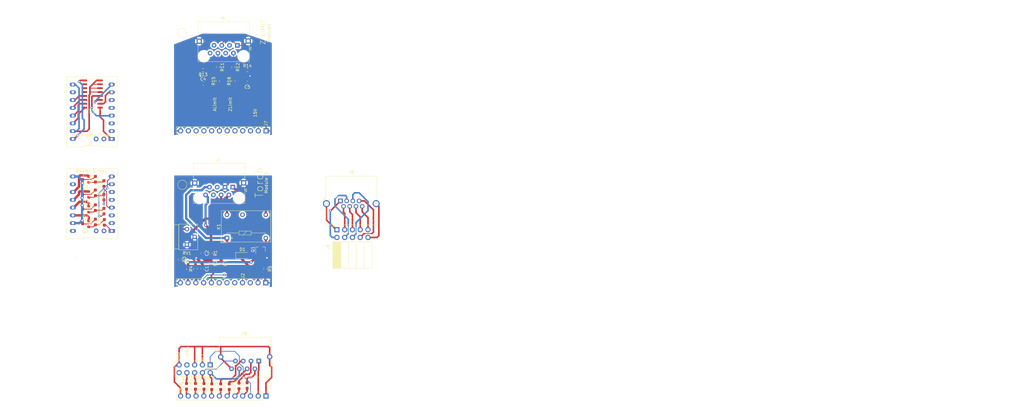
<source format=kicad_pcb>
(kicad_pcb (version 20171130) (host pcbnew "(5.1.8)-1")
  (layers (0 F.Cu signal) (31 B.Cu signal) (34 B.Paste user) (35 F.Paste user) (36 B.SilkS user) (37 F.SilkS user) (38 B.Mask user) (39 F.Mask user) (44 Edge.Cuts user))
  (net 0 "")
  (net 1 "Net-(C1-Pad2)")
  (net 2 "Net-(C2-Pad2)")
  (net 3 "Net-(D1-Pad1)")
  (net 4 "Net-(D1-Pad2)")
  (net 5 "Net-(J1-Pad8)")
  (net 6 "Net-(J1-Pad6)")
  (net 7 "Net-(J1-Pad5)")
  (net 8 "Net-(J1-Pad4)")
  (net 9 "Net-(J1-Pad2)")
  (net 10 "Net-(J1-Pad1)")
  (net 11 "Net-(J2-Pad3)")
  (net 12 "Net-(J2-Pad4)")
  (net 13 "Net-(J2-Pad5)")
  (net 14 "Net-(J2-Pad6)")
  (net 15 "Net-(J2-Pad7)")
  (net 16 "Net-(J2-Pad11)")
  (net 17 "Net-(J3-Pad1)")
  (net 18 "Net-(J3-Pad2)")
  (net 19 "Net-(J3-Pad3)")
  (net 20 "Net-(J3-Pad4)")
  (net 21 "Net-(J3-Pad5)")
  (net 22 "Net-(J3-Pad6)")
  (net 23 "Net-(J3-Pad7)")
  (net 24 "Net-(J3-Pad8)")
  (net 25 "Net-(K1-Pad10)")
  (net 26 "Net-(Q1-Pad1)")
  (net 27 "Net-(U1-Pad10)")
  (net 28 "Net-(U1-Pad11)")
  (net 29 "Net-(U1-Pad12)")
  (net 30 "Net-(J3-Pad10)")
  (net 31 "Net-(J3-Pad11)")
  (net 32 "Net-(J3-Pad12)")
  (net 33 "Net-(J3-Pad13)")
  (net 34 "Net-(J3-Pad14)")
  (net 35 "Net-(J3-Pad15)")
  (net 36 "Net-(J3-Pad16)")
  (net 37 "Net-(J5-Pad1)")
  (net 38 "Net-(J5-Pad2)")
  (net 39 "Net-(J5-Pad3)")
  (net 40 "Net-(J5-Pad4)")
  (net 41 "Net-(J5-Pad5)")
  (net 42 "Net-(J5-Pad6)")
  (net 43 "Net-(J5-Pad7)")
  (net 44 "Net-(J5-Pad8)")
  (net 45 "Net-(J5-Pad9)")
  (net 46 "Net-(J5-Pad10)")
  (net 47 "Net-(C4-Pad2)")
  (net 48 "Net-(C5-Pad2)")
  (net 49 "Net-(J4-Pad8)")
  (net 50 "Net-(J4-Pad7)")
  (net 51 "Net-(J4-Pad6)")
  (net 52 "Net-(J4-Pad1)")
  (net 53 "Net-(J4-Pad4)")
  (net 54 "Net-(J4-Pad3)")
  (net 55 "Net-(J4-Pad2)")
  (net 56 "Net-(J7-Pad3)")
  (net 57 "Net-(J7-Pad4)")
  (net 58 "Net-(J7-Pad5)")
  (net 59 "Net-(J7-Pad8)")
  (net 60 "Net-(J7-Pad9)")
  (net 61 "Net-(J7-Pad10)")
  (net 62 "Net-(J7-Pad11)")
  (net 63 "Net-(R11-Pad2)")
  (net 64 "Net-(R12-Pad2)")
  (net 65 "Net-(C4-Pad1)")
  (net 66 "Net-(C1-Pad1)")
  (net 67 "Net-(J10-Pad3)")
  (net 68 "Net-(J10-Pad8)")
  (net 69 "Net-(J10-Pad1)")
  (net 70 "Net-(J10-Pad9)")
  (net 71 "Net-(J10-Pad10)")
  (net 72 "Net-(J10-Pad11)")
  (net 73 "Net-(J10-Pad2)")
  (net 74 "Net-(J10-Pad4)")
  (net 75 "Net-(J10-Pad5)")
  (net 76 "Net-(J10-Pad6)")
  (net 77 "Net-(J10-Pad7)")
  (net 78 "Net-(J9-Pad7)")
  (net 79 "Net-(J9-Pad10)")
  (net 80 "Net-(J3-Pad18)")
  (net 81 "Net-(J2-Pad8)")
  (net 82 "Net-(J3-Pad17)")
  (net 83 "Net-(R3-Pad2)")
  (net 84 "Net-(J11-Pad3)")
  (net 85 "Net-(J11-Pad16)")
  (net 86 "Net-(J11-Pad1)")
  (net 87 "Net-(J11-Pad15)")
  (net 88 "Net-(J11-Pad2)")
  (net 89 "Net-(J11-Pad14)")
  (net 90 "Net-(J11-Pad13)")
  (net 91 "Net-(J11-Pad4)")
  (net 92 "Net-(J11-Pad12)")
  (net 93 "Net-(J11-Pad5)")
  (net 94 "Net-(J11-Pad11)")
  (net 95 "Net-(J11-Pad6)")
  (net 96 "Net-(J11-Pad10)")
  (net 97 "Net-(J11-Pad7)")
  (net 98 "Net-(J11-Pad8)")
  (net 99 "Net-(J11-Pad18)")
  (net 100 "Net-(J11-Pad17)")
  (net 101 "Net-(Q2-Pad1)")
  (net 102 "Net-(Q3-Pad1)")
  (net 103 "Net-(Q4-Pad1)")
  (net 104 "Net-(Q5-Pad1)")
  (net 105 "Net-(J8-Pad2)")
  (net 106 "Net-(J8-Pad3)")
  (net 107 "Net-(J8-Pad4)")
  (net 108 "Net-(J8-Pad5)")
  (net 109 "Net-(J8-Pad6)")
  (net 110 "Net-(J8-Pad7)")
  (net 111 "Net-(J9-Pad6)")
  (net 112 "Net-(J9-Pad8)")
  (module Modules:SINGLE_SIDED_TAB (layer F.Cu) (at 140.1506 91.0222 270)
    (fp_text reference REF** hide)
    (fp_text value SINGLE_SIDED_TAB hide)
    (pad "" np_thru_hole circle (at -2 -1.05 270) (size 0.5 0.5) (drill 0.5) (layers *.Cu *.Mask) (clearance 1.25))
    (pad "" np_thru_hole circle (at 2 -1.05 270) (size 0.5 0.5) (drill 0.5) (layers *.Cu *.Mask) (clearance 1.25))
    (pad "" np_thru_hole circle (at -1 -1.05 270) (size 0.5 0.5) (drill 0.5) (layers *.Cu *.Mask) (clearance 1.25))
    (pad "" np_thru_hole circle (at 1 -1.05 270) (size 0.5 0.5) (drill 0.5) (layers *.Cu *.Mask) (clearance 1.25))
    (pad "" np_thru_hole circle (at 0 -1.05 270) (size 0.5 0.5) (drill 0.5) (layers *.Cu *.Mask) (clearance 1.25))
  )
  (module Modules:SINGLE_SIDED_TAB (layer F.Cu) (at 175.2026 91.5302 90)
    (fp_text reference REF** hide)
    (fp_text value SINGLE_SIDED_TAB hide)
    (pad "" np_thru_hole circle (at -2 -1.05 90) (size 0.5 0.5) (drill 0.5) (layers *.Cu *.Mask) (clearance 1.25))
    (pad "" np_thru_hole circle (at 2 -1.05 90) (size 0.5 0.5) (drill 0.5) (layers *.Cu *.Mask) (clearance 1.25))
    (pad "" np_thru_hole circle (at -1 -1.05 90) (size 0.5 0.5) (drill 0.5) (layers *.Cu *.Mask) (clearance 1.25))
    (pad "" np_thru_hole circle (at 1 -1.05 90) (size 0.5 0.5) (drill 0.5) (layers *.Cu *.Mask) (clearance 1.25))
    (pad "" np_thru_hole circle (at 0 -1.05 90) (size 0.5 0.5) (drill 0.5) (layers *.Cu *.Mask) (clearance 1.25))
  )
  (module Modules:SINGLE_SIDED_TAB (layer F.Cu) (at 157.8036 69.5592 180)
    (fp_text reference REF** hide)
    (fp_text value SINGLE_SIDED_TAB hide)
    (pad "" np_thru_hole circle (at -2 -1.05 180) (size 0.5 0.5) (drill 0.5) (layers *.Cu *.Mask) (clearance 1.25))
    (pad "" np_thru_hole circle (at 2 -1.05 180) (size 0.5 0.5) (drill 0.5) (layers *.Cu *.Mask) (clearance 1.25))
    (pad "" np_thru_hole circle (at -1 -1.05 180) (size 0.5 0.5) (drill 0.5) (layers *.Cu *.Mask) (clearance 1.25))
    (pad "" np_thru_hole circle (at 1 -1.05 180) (size 0.5 0.5) (drill 0.5) (layers *.Cu *.Mask) (clearance 1.25))
    (pad "" np_thru_hole circle (at 0 -1.05 180) (size 0.5 0.5) (drill 0.5) (layers *.Cu *.Mask) (clearance 1.25))
  )
  (module Modules:SINGLE_SIDED_TAB (layer F.Cu) (at 156.1526 114.1362)
    (fp_text reference REF** hide)
    (fp_text value SINGLE_SIDED_TAB hide)
    (pad "" np_thru_hole circle (at -2 -1.05) (size 0.5 0.5) (drill 0.5) (layers *.Cu *.Mask) (clearance 1.25))
    (pad "" np_thru_hole circle (at 2 -1.05) (size 0.5 0.5) (drill 0.5) (layers *.Cu *.Mask) (clearance 1.25))
    (pad "" np_thru_hole circle (at -1 -1.05) (size 0.5 0.5) (drill 0.5) (layers *.Cu *.Mask) (clearance 1.25))
    (pad "" np_thru_hole circle (at 1 -1.05) (size 0.5 0.5) (drill 0.5) (layers *.Cu *.Mask) (clearance 1.25))
    (pad "" np_thru_hole circle (at 0 -1.05) (size 0.5 0.5) (drill 0.5) (layers *.Cu *.Mask) (clearance 1.25))
  )
  (module Modules:SINGLE_SIDED_TAB (layer F.Cu) (at 114.7029 42.9267 180)
    (fp_text reference REF** hide)
    (fp_text value SINGLE_SIDED_TAB hide)
    (pad "" np_thru_hole circle (at -2 -1.05 180) (size 0.5 0.5) (drill 0.5) (layers *.Cu *.Mask) (clearance 1.25))
    (pad "" np_thru_hole circle (at 2 -1.05 180) (size 0.5 0.5) (drill 0.5) (layers *.Cu *.Mask) (clearance 1.25))
    (pad "" np_thru_hole circle (at -1 -1.05 180) (size 0.5 0.5) (drill 0.5) (layers *.Cu *.Mask) (clearance 1.25))
    (pad "" np_thru_hole circle (at 1 -1.05 180) (size 0.5 0.5) (drill 0.5) (layers *.Cu *.Mask) (clearance 1.25))
    (pad "" np_thru_hole circle (at 0 -1.05 180) (size 0.5 0.5) (drill 0.5) (layers *.Cu *.Mask) (clearance 1.25))
  )
  (module Modules:SINGLE_SIDED_TAB (layer F.Cu) (at 105.6097 54.8647 270)
    (fp_text reference REF** hide)
    (fp_text value SINGLE_SIDED_TAB hide)
    (pad "" np_thru_hole circle (at -2 -1.05 270) (size 0.5 0.5) (drill 0.5) (layers *.Cu *.Mask) (clearance 1.25))
    (pad "" np_thru_hole circle (at 2 -1.05 270) (size 0.5 0.5) (drill 0.5) (layers *.Cu *.Mask) (clearance 1.25))
    (pad "" np_thru_hole circle (at -1 -1.05 270) (size 0.5 0.5) (drill 0.5) (layers *.Cu *.Mask) (clearance 1.25))
    (pad "" np_thru_hole circle (at 1 -1.05 270) (size 0.5 0.5) (drill 0.5) (layers *.Cu *.Mask) (clearance 1.25))
    (pad "" np_thru_hole circle (at 0 -1.05 270) (size 0.5 0.5) (drill 0.5) (layers *.Cu *.Mask) (clearance 1.25))
  )
  (module Modules:SINGLE_SIDED_TAB (layer F.Cu) (at 124.2406 54.9028 90)
    (fp_text reference REF** hide)
    (fp_text value SINGLE_SIDED_TAB hide)
    (pad "" np_thru_hole circle (at -2 -1.05 90) (size 0.5 0.5) (drill 0.5) (layers *.Cu *.Mask) (clearance 1.25))
    (pad "" np_thru_hole circle (at 2 -1.05 90) (size 0.5 0.5) (drill 0.5) (layers *.Cu *.Mask) (clearance 1.25))
    (pad "" np_thru_hole circle (at -1 -1.05 90) (size 0.5 0.5) (drill 0.5) (layers *.Cu *.Mask) (clearance 1.25))
    (pad "" np_thru_hole circle (at 1 -1.05 90) (size 0.5 0.5) (drill 0.5) (layers *.Cu *.Mask) (clearance 1.25))
    (pad "" np_thru_hole circle (at 0 -1.05 90) (size 0.5 0.5) (drill 0.5) (layers *.Cu *.Mask) (clearance 1.25))
  )
  (module Modules:SINGLE_SIDED_TAB (layer F.Cu) (at 114.9188 67.8568)
    (fp_text reference REF** hide)
    (fp_text value SINGLE_SIDED_TAB hide)
    (pad "" np_thru_hole circle (at -2 -1.05) (size 0.5 0.5) (drill 0.5) (layers *.Cu *.Mask) (clearance 1.25))
    (pad "" np_thru_hole circle (at 2 -1.05) (size 0.5 0.5) (drill 0.5) (layers *.Cu *.Mask) (clearance 1.25))
    (pad "" np_thru_hole circle (at -1 -1.05) (size 0.5 0.5) (drill 0.5) (layers *.Cu *.Mask) (clearance 1.25))
    (pad "" np_thru_hole circle (at 1 -1.05) (size 0.5 0.5) (drill 0.5) (layers *.Cu *.Mask) (clearance 1.25))
    (pad "" np_thru_hole circle (at 0 -1.05) (size 0.5 0.5) (drill 0.5) (layers *.Cu *.Mask) (clearance 1.25))
  )
  (module Modules:ClearpathDriver (layer F.Cu) (at 114.9278 55.3764)
    (fp_text reference J3 (at -0.762 10.414 180) (layer F.SilkS))
    (fp_text value Conn_01x18_Male)
    (pad 16 thru_hole oval (at -6.35 8.89 90) (size 1.2 2) (drill 0.8) (layers *.Cu *.Mask) (net 36 "Net-(J3-Pad16)"))
    (pad 1 thru_hole rect (at 6.35 8.89 90) (size 1.2 2) (drill 0.8) (layers *.Cu *.Mask) (net 17 "Net-(J3-Pad1)"))
    (pad 15 thru_hole oval (at -6.35 6.35 90) (size 1.2 2) (drill 0.8) (layers *.Cu *.Mask) (net 35 "Net-(J3-Pad15)"))
    (pad 2 thru_hole oval (at 6.35 6.35 90) (size 1.2 2) (drill 0.8) (layers *.Cu *.Mask) (net 18 "Net-(J3-Pad2)"))
    (pad 14 thru_hole oval (at -6.35 3.81 90) (size 1.2 2) (drill 0.8) (layers *.Cu *.Mask) (net 34 "Net-(J3-Pad14)"))
    (pad 3 thru_hole oval (at 6.35 3.81 90) (size 1.2 2) (drill 0.8) (layers *.Cu *.Mask) (net 19 "Net-(J3-Pad3)"))
    (pad 13 thru_hole oval (at -6.35 1.27 90) (size 1.2 2) (drill 0.8) (layers *.Cu *.Mask) (net 33 "Net-(J3-Pad13)"))
    (pad 4 thru_hole oval (at 6.35 1.27 90) (size 1.2 2) (drill 0.8) (layers *.Cu *.Mask) (net 20 "Net-(J3-Pad4)"))
    (pad 12 thru_hole oval (at -6.35 -1.27 90) (size 1.2 2) (drill 0.8) (layers *.Cu *.Mask) (net 32 "Net-(J3-Pad12)"))
    (pad 5 thru_hole oval (at 6.35 -1.27 90) (size 1.2 2) (drill 0.8) (layers *.Cu *.Mask) (net 21 "Net-(J3-Pad5)"))
    (pad 11 thru_hole oval (at -6.35 -3.81 90) (size 1.2 2) (drill 0.8) (layers *.Cu *.Mask) (net 31 "Net-(J3-Pad11)"))
    (pad 6 thru_hole oval (at 6.35 -3.81 90) (size 1.2 2) (drill 0.8) (layers *.Cu *.Mask) (net 22 "Net-(J3-Pad6)"))
    (pad 10 thru_hole oval (at -6.35 -6.35 90) (size 1.2 2) (drill 0.8) (layers *.Cu *.Mask) (net 30 "Net-(J3-Pad10)"))
    (pad 7 thru_hole oval (at 6.35 -6.35 90) (size 1.2 2) (drill 0.8) (layers *.Cu *.Mask) (net 23 "Net-(J3-Pad7)"))
    (pad 9 thru_hole oval (at -6.35 -8.89 90) (size 1.2 2) (drill 0.8) (layers *.Cu *.Mask) (net 35 "Net-(J3-Pad15)"))
    (pad 8 thru_hole oval (at 6.35 -8.89 90) (size 1.2 2) (drill 0.8) (layers *.Cu *.Mask) (net 24 "Net-(J3-Pad8)"))
    (pad 17 thru_hole circle (at 1.27 8.89) (size 1.524 1.524) (drill 0.762) (layers *.Cu *.Mask) (net 82 "Net-(J3-Pad17)"))
    (pad 18 thru_hole circle (at 1.27 8.89) (size 1.524 1.524) (drill 0.762) (layers *.Cu *.Mask) (net 80 "Net-(J3-Pad18)"))
    (pad 18 thru_hole circle (at 3.81 8.89) (size 1.524 1.524) (drill 0.762) (layers *.Cu *.Mask) (net 80 "Net-(J3-Pad18)"))
  )
  (module Modules:SINGLE_SIDED_TAB (layer F.Cu) (at 199.771 76.327 180)
    (fp_text reference REF** hide)
    (fp_text value SINGLE_SIDED_TAB hide)
    (pad "" np_thru_hole circle (at 0 -1.05 180) (size 0.5 0.5) (drill 0.5) (layers *.Cu *.Mask) (clearance 1.25))
    (pad "" np_thru_hole circle (at 1 -1.05 180) (size 0.5 0.5) (drill 0.5) (layers *.Cu *.Mask) (clearance 1.25))
    (pad "" np_thru_hole circle (at -1 -1.05 180) (size 0.5 0.5) (drill 0.5) (layers *.Cu *.Mask) (clearance 1.25))
    (pad "" np_thru_hole circle (at 2 -1.05 180) (size 0.5 0.5) (drill 0.5) (layers *.Cu *.Mask) (clearance 1.25))
    (pad "" np_thru_hole circle (at -2 -1.05 180) (size 0.5 0.5) (drill 0.5) (layers *.Cu *.Mask) (clearance 1.25))
  )
  (module Modules:SINGLE_SIDED_TAB (layer F.Cu) (at 188.849 87.0966 270)
    (fp_text reference REF** hide)
    (fp_text value SINGLE_SIDED_TAB hide)
    (pad "" np_thru_hole circle (at 0 -1.05 270) (size 0.5 0.5) (drill 0.5) (layers *.Cu *.Mask) (clearance 1.25))
    (pad "" np_thru_hole circle (at 1 -1.05 270) (size 0.5 0.5) (drill 0.5) (layers *.Cu *.Mask) (clearance 1.25))
    (pad "" np_thru_hole circle (at -1 -1.05 270) (size 0.5 0.5) (drill 0.5) (layers *.Cu *.Mask) (clearance 1.25))
    (pad "" np_thru_hole circle (at 2 -1.05 270) (size 0.5 0.5) (drill 0.5) (layers *.Cu *.Mask) (clearance 1.25))
    (pad "" np_thru_hole circle (at -2 -1.05 270) (size 0.5 0.5) (drill 0.5) (layers *.Cu *.Mask) (clearance 1.25))
  )
  (module Modules:SINGLE_SIDED_TAB (layer F.Cu) (at 210.5406 87.1474 90)
    (fp_text reference REF** hide)
    (fp_text value SINGLE_SIDED_TAB hide)
    (pad "" np_thru_hole circle (at 0 -1.05 90) (size 0.5 0.5) (drill 0.5) (layers *.Cu *.Mask) (clearance 1.25))
    (pad "" np_thru_hole circle (at 1 -1.05 90) (size 0.5 0.5) (drill 0.5) (layers *.Cu *.Mask) (clearance 1.25))
    (pad "" np_thru_hole circle (at -1 -1.05 90) (size 0.5 0.5) (drill 0.5) (layers *.Cu *.Mask) (clearance 1.25))
    (pad "" np_thru_hole circle (at 2 -1.05 90) (size 0.5 0.5) (drill 0.5) (layers *.Cu *.Mask) (clearance 1.25))
    (pad "" np_thru_hole circle (at -2 -1.05 90) (size 0.5 0.5) (drill 0.5) (layers *.Cu *.Mask) (clearance 1.25))
  )
  (module Modules:SINGLE_SIDED_TAB (layer F.Cu) (at 200.2282 99.441)
    (fp_text reference REF** hide)
    (fp_text value SINGLE_SIDED_TAB hide)
    (pad "" np_thru_hole circle (at 0 -1.05) (size 0.5 0.5) (drill 0.5) (layers *.Cu *.Mask) (clearance 1.25))
    (pad "" np_thru_hole circle (at 1 -1.05) (size 0.5 0.5) (drill 0.5) (layers *.Cu *.Mask) (clearance 1.25))
    (pad "" np_thru_hole circle (at -1 -1.05) (size 0.5 0.5) (drill 0.5) (layers *.Cu *.Mask) (clearance 1.25))
    (pad "" np_thru_hole circle (at 2 -1.05) (size 0.5 0.5) (drill 0.5) (layers *.Cu *.Mask) (clearance 1.25))
    (pad "" np_thru_hole circle (at -2 -1.05) (size 0.5 0.5) (drill 0.5) (layers *.Cu *.Mask) (clearance 1.25))
  )
  (module Modules:SINGLE_SIDED_TAB (layer F.Cu) (at 105.6513 84.8487 270)
    (fp_text reference REF** hide)
    (fp_text value SINGLE_SIDED_TAB hide)
    (pad "" np_thru_hole circle (at 0 -1.05 270) (size 0.5 0.5) (drill 0.5) (layers *.Cu *.Mask) (clearance 1.25))
    (pad "" np_thru_hole circle (at 1 -1.05 270) (size 0.5 0.5) (drill 0.5) (layers *.Cu *.Mask) (clearance 1.25))
    (pad "" np_thru_hole circle (at -1 -1.05 270) (size 0.5 0.5) (drill 0.5) (layers *.Cu *.Mask) (clearance 1.25))
    (pad "" np_thru_hole circle (at 2 -1.05 270) (size 0.5 0.5) (drill 0.5) (layers *.Cu *.Mask) (clearance 1.25))
    (pad "" np_thru_hole circle (at -2 -1.05 270) (size 0.5 0.5) (drill 0.5) (layers *.Cu *.Mask) (clearance 1.25))
  )
  (module Modules:SINGLE_SIDED_TAB (layer F.Cu) (at 89.7763 69.6849)
    (fp_text reference REF** hide)
    (fp_text value SINGLE_SIDED_TAB hide)
    (pad "" np_thru_hole circle (at 0 -1.05) (size 0.5 0.5) (drill 0.5) (layers *.Cu *.Mask) (clearance 1.25))
    (pad "" np_thru_hole circle (at 1 -1.05) (size 0.5 0.5) (drill 0.5) (layers *.Cu *.Mask) (clearance 1.25))
    (pad "" np_thru_hole circle (at -1 -1.05) (size 0.5 0.5) (drill 0.5) (layers *.Cu *.Mask) (clearance 1.25))
    (pad "" np_thru_hole circle (at 2 -1.05) (size 0.5 0.5) (drill 0.5) (layers *.Cu *.Mask) (clearance 1.25))
    (pad "" np_thru_hole circle (at -2 -1.05) (size 0.5 0.5) (drill 0.5) (layers *.Cu *.Mask) (clearance 1.25))
  )
  (module Modules:SINGLE_SIDED_TAB (layer F.Cu) (at 114.7445 72.9107 180)
    (fp_text reference REF** hide)
    (fp_text value SINGLE_SIDED_TAB hide)
    (pad "" np_thru_hole circle (at 0 -1.05 180) (size 0.5 0.5) (drill 0.5) (layers *.Cu *.Mask) (clearance 1.25))
    (pad "" np_thru_hole circle (at 1 -1.05 180) (size 0.5 0.5) (drill 0.5) (layers *.Cu *.Mask) (clearance 1.25))
    (pad "" np_thru_hole circle (at -1 -1.05 180) (size 0.5 0.5) (drill 0.5) (layers *.Cu *.Mask) (clearance 1.25))
    (pad "" np_thru_hole circle (at 2 -1.05 180) (size 0.5 0.5) (drill 0.5) (layers *.Cu *.Mask) (clearance 1.25))
    (pad "" np_thru_hole circle (at -2 -1.05 180) (size 0.5 0.5) (drill 0.5) (layers *.Cu *.Mask) (clearance 1.25))
  )
  (module Modules:SINGLE_SIDED_TAB (layer F.Cu) (at 124.2822 84.8868 90)
    (fp_text reference REF** hide)
    (fp_text value SINGLE_SIDED_TAB hide)
    (pad "" np_thru_hole circle (at 0 -1.05 90) (size 0.5 0.5) (drill 0.5) (layers *.Cu *.Mask) (clearance 1.25))
    (pad "" np_thru_hole circle (at 1 -1.05 90) (size 0.5 0.5) (drill 0.5) (layers *.Cu *.Mask) (clearance 1.25))
    (pad "" np_thru_hole circle (at -1 -1.05 90) (size 0.5 0.5) (drill 0.5) (layers *.Cu *.Mask) (clearance 1.25))
    (pad "" np_thru_hole circle (at 2 -1.05 90) (size 0.5 0.5) (drill 0.5) (layers *.Cu *.Mask) (clearance 1.25))
    (pad "" np_thru_hole circle (at -2 -1.05 90) (size 0.5 0.5) (drill 0.5) (layers *.Cu *.Mask) (clearance 1.25))
  )
  (module Modules:SINGLE_SIDED_TAB (layer F.Cu) (at 114.9604 97.8408)
    (fp_text reference REF** hide)
    (fp_text value SINGLE_SIDED_TAB hide)
    (pad "" np_thru_hole circle (at 0 -1.05) (size 0.5 0.5) (drill 0.5) (layers *.Cu *.Mask) (clearance 1.25))
    (pad "" np_thru_hole circle (at 1 -1.05) (size 0.5 0.5) (drill 0.5) (layers *.Cu *.Mask) (clearance 1.25))
    (pad "" np_thru_hole circle (at -1 -1.05) (size 0.5 0.5) (drill 0.5) (layers *.Cu *.Mask) (clearance 1.25))
    (pad "" np_thru_hole circle (at 2 -1.05) (size 0.5 0.5) (drill 0.5) (layers *.Cu *.Mask) (clearance 1.25))
    (pad "" np_thru_hole circle (at -2 -1.05) (size 0.5 0.5) (drill 0.5) (layers *.Cu *.Mask) (clearance 1.25))
  )
  (module Modules:SINGLE_SIDED_TAB (layer F.Cu) (at 156.1338 151.1942)
    (fp_text reference REF** hide)
    (fp_text value SINGLE_SIDED_TAB hide)
    (pad "" np_thru_hole circle (at 0 -1.05) (size 0.5 0.5) (drill 0.5) (layers *.Cu *.Mask) (clearance 1.25))
    (pad "" np_thru_hole circle (at 1 -1.05) (size 0.5 0.5) (drill 0.5) (layers *.Cu *.Mask) (clearance 1.25))
    (pad "" np_thru_hole circle (at -1 -1.05) (size 0.5 0.5) (drill 0.5) (layers *.Cu *.Mask) (clearance 1.25))
    (pad "" np_thru_hole circle (at 2 -1.05) (size 0.5 0.5) (drill 0.5) (layers *.Cu *.Mask) (clearance 1.25))
    (pad "" np_thru_hole circle (at -2 -1.05) (size 0.5 0.5) (drill 0.5) (layers *.Cu *.Mask) (clearance 1.25))
  )
  (module Modules:SINGLE_SIDED_TAB (layer F.Cu) (at 140.1318 140.6302 270)
    (fp_text reference REF** hide)
    (fp_text value SINGLE_SIDED_TAB hide)
    (pad "" np_thru_hole circle (at 0 -1.05 270) (size 0.5 0.5) (drill 0.5) (layers *.Cu *.Mask) (clearance 1.25))
    (pad "" np_thru_hole circle (at 1 -1.05 270) (size 0.5 0.5) (drill 0.5) (layers *.Cu *.Mask) (clearance 1.25))
    (pad "" np_thru_hole circle (at -1 -1.05 270) (size 0.5 0.5) (drill 0.5) (layers *.Cu *.Mask) (clearance 1.25))
    (pad "" np_thru_hole circle (at 2 -1.05 270) (size 0.5 0.5) (drill 0.5) (layers *.Cu *.Mask) (clearance 1.25))
    (pad "" np_thru_hole circle (at -2 -1.05 270) (size 0.5 0.5) (drill 0.5) (layers *.Cu *.Mask) (clearance 1.25))
  )
  (module Modules:SINGLE_SIDED_TAB (layer F.Cu) (at 157.7848 130.6172 180)
    (fp_text reference REF** hide)
    (fp_text value SINGLE_SIDED_TAB hide)
    (pad "" np_thru_hole circle (at 0 -1.05 180) (size 0.5 0.5) (drill 0.5) (layers *.Cu *.Mask) (clearance 1.25))
    (pad "" np_thru_hole circle (at 1 -1.05 180) (size 0.5 0.5) (drill 0.5) (layers *.Cu *.Mask) (clearance 1.25))
    (pad "" np_thru_hole circle (at -1 -1.05 180) (size 0.5 0.5) (drill 0.5) (layers *.Cu *.Mask) (clearance 1.25))
    (pad "" np_thru_hole circle (at 2 -1.05 180) (size 0.5 0.5) (drill 0.5) (layers *.Cu *.Mask) (clearance 1.25))
    (pad "" np_thru_hole circle (at -2 -1.05 180) (size 0.5 0.5) (drill 0.5) (layers *.Cu *.Mask) (clearance 1.25))
  )
  (module Modules:SINGLE_SIDED_TAB (layer F.Cu) (at 175.1838 141.1382 90)
    (fp_text reference REF** hide)
    (fp_text value SINGLE_SIDED_TAB hide)
    (pad "" np_thru_hole circle (at 0 -1.05 90) (size 0.5 0.5) (drill 0.5) (layers *.Cu *.Mask) (clearance 1.25))
    (pad "" np_thru_hole circle (at 1 -1.05 90) (size 0.5 0.5) (drill 0.5) (layers *.Cu *.Mask) (clearance 1.25))
    (pad "" np_thru_hole circle (at -1 -1.05 90) (size 0.5 0.5) (drill 0.5) (layers *.Cu *.Mask) (clearance 1.25))
    (pad "" np_thru_hole circle (at 2 -1.05 90) (size 0.5 0.5) (drill 0.5) (layers *.Cu *.Mask) (clearance 1.25))
    (pad "" np_thru_hole circle (at -2 -1.05 90) (size 0.5 0.5) (drill 0.5) (layers *.Cu *.Mask) (clearance 1.25))
  )
  (module Modules:SINGLE_SIDED_TAB (layer F.Cu) (at 119.6594 110.1598)
    (fp_text reference REF** hide)
    (fp_text value SINGLE_SIDED_TAB hide)
    (pad "" np_thru_hole circle (at -2 -1.05) (size 0.5 0.5) (drill 0.5) (layers *.Cu *.Mask) (clearance 1.25))
    (pad "" np_thru_hole circle (at 2 -1.05) (size 0.5 0.5) (drill 0.5) (layers *.Cu *.Mask) (clearance 1.25))
    (pad "" np_thru_hole circle (at -1 -1.05) (size 0.5 0.5) (drill 0.5) (layers *.Cu *.Mask) (clearance 1.25))
    (pad "" np_thru_hole circle (at 1 -1.05) (size 0.5 0.5) (drill 0.5) (layers *.Cu *.Mask) (clearance 1.25))
    (pad "" np_thru_hole circle (at 0 -1.05) (size 0.5 0.5) (drill 0.5) (layers *.Cu *.Mask) (clearance 1.25))
  )
  (module Resistor_SMD:R_0603_1608Metric_Pad0.98x0.95mm_HandSolder (layer F.Cu) (at 153.7432 101.6152 270)
    (fp_text reference R1 (at 0 -1.43 90) (layer F.SilkS))
    (fp_text value 3.3K)
    (pad 1 smd roundrect (at -0.9125 0 270) (size 0.975 0.95) (layers F.Cu F.Paste F.Mask) (net 5 "Net-(J1-Pad8)"))
    (pad 2 smd roundrect (at 0.9125 0 270) (size 0.975 0.95) (layers F.Cu F.Paste F.Mask) (net 2 "Net-(C2-Pad2)"))
  )
  (module Capacitor_SMD:C_0603_1608Metric_Pad1.08x0.95mm_HandSolder (layer F.Cu) (at 150.9492 106.6952 270)
    (fp_text reference C1 (at 0 -1.43 90) (layer F.SilkS))
    (fp_text value 22nf)
    (pad 1 smd roundrect (at -0.8625 0 270) (size 1.075 0.95) (layers F.Cu F.Paste F.Mask) (net 66 "Net-(C1-Pad1)"))
    (pad 2 smd roundrect (at 0.8625 0 270) (size 1.075 0.95) (layers F.Cu F.Paste F.Mask) (net 1 "Net-(C1-Pad2)"))
  )
  (module Capacitor_SMD:C_0603_1608Metric_Pad1.08x0.95mm_HandSolder (layer F.Cu) (at 150.9492 101.6152 270)
    (fp_text reference C2 (at 0 -1.43 90) (layer F.SilkS))
    (fp_text value 1uf)
    (pad 2 smd roundrect (at 0.8625 0 270) (size 1.075 0.95) (layers F.Cu F.Paste F.Mask) (net 2 "Net-(C2-Pad2)"))
    (pad 1 smd roundrect (at -0.8625 0 270) (size 1.075 0.95) (layers F.Cu F.Paste F.Mask) (net 66 "Net-(C1-Pad1)"))
  )
  (module Diode_SMD:D_SOD-123 (layer F.Cu) (at 164.0302 102.3772)
    (fp_text reference D1 (at 0 -2) (layer F.SilkS))
    (fp_text value D)
    (pad 1 smd rect (at -1.65 0) (size 0.9 1.2) (layers F.Cu F.Paste F.Mask) (net 3 "Net-(D1-Pad1)"))
    (pad 2 smd rect (at 1.65 0) (size 0.9 1.2) (layers F.Cu F.Paste F.Mask) (net 4 "Net-(D1-Pad2)"))
  )
  (module Connector_PinHeader_2.54mm:PinHeader_1x12_P2.54mm_Vertical (layer F.Cu) (at 171.6502 111.2672 270)
    (fp_text reference J2 (at -2.286 7.493 90) (layer F.SilkS))
    (fp_text value Module3)
    (pad 1 thru_hole rect (at 0 0 270) (size 1.7 1.7) (drill 1) (layers *.Cu *.Mask) (net 66 "Net-(C1-Pad1)"))
    (pad 2 thru_hole oval (at 0 2.54 270) (size 1.7 1.7) (drill 1) (layers *.Cu *.Mask) (net 3 "Net-(D1-Pad1)"))
    (pad 3 thru_hole oval (at 0 5.08 270) (size 1.7 1.7) (drill 1) (layers *.Cu *.Mask) (net 11 "Net-(J2-Pad3)"))
    (pad 4 thru_hole oval (at 0 7.62 270) (size 1.7 1.7) (drill 1) (layers *.Cu *.Mask) (net 12 "Net-(J2-Pad4)"))
    (pad 5 thru_hole oval (at 0 10.16 270) (size 1.7 1.7) (drill 1) (layers *.Cu *.Mask) (net 13 "Net-(J2-Pad5)"))
    (pad 6 thru_hole oval (at 0 12.7 270) (size 1.7 1.7) (drill 1) (layers *.Cu *.Mask) (net 14 "Net-(J2-Pad6)"))
    (pad 7 thru_hole oval (at 0 15.24 270) (size 1.7 1.7) (drill 1) (layers *.Cu *.Mask) (net 15 "Net-(J2-Pad7)"))
    (pad 8 thru_hole oval (at 0 17.78 270) (size 1.7 1.7) (drill 1) (layers *.Cu *.Mask) (net 81 "Net-(J2-Pad8)"))
    (pad 9 thru_hole oval (at 0 20.32 270) (size 1.7 1.7) (drill 1) (layers *.Cu *.Mask) (net 12 "Net-(J2-Pad4)"))
    (pad 10 thru_hole oval (at 0 22.86 270) (size 1.7 1.7) (drill 1) (layers *.Cu *.Mask) (net 1 "Net-(C1-Pad2)"))
    (pad 11 thru_hole oval (at 0 25.4 270) (size 1.7 1.7) (drill 1) (layers *.Cu *.Mask) (net 16 "Net-(J2-Pad11)"))
    (pad 12 thru_hole oval (at 0 27.94 270) (size 1.7 1.7) (drill 1) (layers *.Cu *.Mask) (net 66 "Net-(C1-Pad1)"))
  )
  (module Relay_THT:Relay_SPDT_Omron_G6E (layer F.Cu) (at 158.9502 96.6622 90)
    (fp_text reference K1 (at 3.7 -2.7 270) (layer F.SilkS))
    (fp_text value G6E)
    (pad 1 thru_hole rect (at 0 0) (size 1.50114 1.50114) (drill 0.8001) (layers *.Cu *.Mask) (net 3 "Net-(D1-Pad1)"))
    (pad 12 thru_hole circle (at 7.62 0) (size 1.50114 1.50114) (drill 0.8001) (layers *.Cu *.Mask) (net 9 "Net-(J1-Pad2)"))
    (pad 10 thru_hole circle (at 7.62 5.08) (size 1.50114 1.50114) (drill 0.8001) (layers *.Cu *.Mask) (net 25 "Net-(K1-Pad10)"))
    (pad 6 thru_hole circle (at 0 12.7) (size 1.50114 1.50114) (drill 0.8001) (layers *.Cu *.Mask) (net 4 "Net-(D1-Pad2)"))
    (pad 7 thru_hole circle (at 7.62 12.7) (size 1.50114 1.50114) (drill 0.8001) (layers *.Cu *.Mask) (net 10 "Net-(J1-Pad1)"))
  )
  (module Package_TO_SOT_SMD:SOT-23 (layer F.Cu) (at 169.923 100.3452 90)
    (fp_text reference Q1 (at 0 -2.5 90) (layer F.SilkS))
    (fp_text value IRLML2402)
    (pad 1 smd rect (at -1 -0.95 90) (size 0.9 0.8) (layers F.Cu F.Paste F.Mask) (net 26 "Net-(Q1-Pad1)"))
    (pad 2 smd rect (at -1 0.95 90) (size 0.9 0.8) (layers F.Cu F.Paste F.Mask) (net 66 "Net-(C1-Pad1)"))
    (pad 3 smd rect (at 1 0 90) (size 0.9 0.8) (layers F.Cu F.Paste F.Mask) (net 4 "Net-(D1-Pad2)"))
  )
  (module Resistor_SMD:R_0603_1608Metric_Pad0.98x0.95mm_HandSolder (layer F.Cu) (at 143.5832 103.6472 270)
    (fp_text reference R3 (at 0 -1.43 90) (layer F.SilkS))
    (fp_text value 1k)
    (pad 1 smd roundrect (at -0.9125 0 270) (size 0.975 0.95) (layers F.Cu F.Paste F.Mask) (net 8 "Net-(J1-Pad4)"))
    (pad 2 smd roundrect (at 0.9125 0 270) (size 0.975 0.95) (layers F.Cu F.Paste F.Mask) (net 83 "Net-(R3-Pad2)"))
  )
  (module Resistor_SMD:R_0603_1608Metric_Pad0.98x0.95mm_HandSolder (layer F.Cu) (at 148.6632 106.6952 90)
    (fp_text reference R4 (at 0 -1.43 90) (layer F.SilkS))
    (fp_text value 10k)
    (pad 1 smd roundrect (at -0.9125 0 90) (size 0.975 0.95) (layers F.Cu F.Paste F.Mask) (net 1 "Net-(C1-Pad2)"))
    (pad 2 smd roundrect (at 0.9125 0 90) (size 0.975 0.95) (layers F.Cu F.Paste F.Mask) (net 83 "Net-(R3-Pad2)"))
  )
  (module Resistor_SMD:R_0603_1608Metric_Pad0.98x0.95mm_HandSolder (layer F.Cu) (at 171.5232 106.6952 270)
    (fp_text reference R5 (at 0 -1.43 90) (layer F.SilkS))
    (fp_text value 10k)
    (pad 2 smd roundrect (at 0.9125 0 270) (size 0.975 0.95) (layers F.Cu F.Paste F.Mask) (net 66 "Net-(C1-Pad1)"))
    (pad 1 smd roundrect (at -0.9125 0 270) (size 0.975 0.95) (layers F.Cu F.Paste F.Mask) (net 26 "Net-(Q1-Pad1)"))
  )
  (module Resistor_SMD:R_0603_1608Metric_Pad0.98x0.95mm_HandSolder (layer F.Cu) (at 146.2502 106.8222 90)
    (fp_text reference R6 (at 2.7178 -0.4826 90) (layer F.SilkS))
    (fp_text value 200)
    (pad 1 smd roundrect (at -0.9125 0 90) (size 0.975 0.95) (layers F.Cu F.Paste F.Mask) (net 16 "Net-(J2-Pad11)"))
    (pad 2 smd roundrect (at 0.9125 0 90) (size 0.975 0.95) (layers F.Cu F.Paste F.Mask) (net 26 "Net-(Q1-Pad1)"))
  )
  (module Package_SO:SO-16_3.9x9.9mm_P1.27mm (layer F.Cu) (at 114.9278 49.5852 180)
    (fp_text reference U1 (at 0 -5.9) (layer F.SilkS))
    (fp_text value ULN2002)
    (pad 1 smd roundrect (at -2.575 -4.445 180) (size 1.75 0.6) (layers F.Cu F.Paste F.Mask) (net 17 "Net-(J3-Pad1)"))
    (pad 2 smd roundrect (at -2.575 -3.175 180) (size 1.75 0.6) (layers F.Cu F.Paste F.Mask) (net 23 "Net-(J3-Pad7)"))
    (pad 3 smd roundrect (at -2.575 -1.905 180) (size 1.75 0.6) (layers F.Cu F.Paste F.Mask) (net 24 "Net-(J3-Pad8)"))
    (pad 4 smd roundrect (at -2.575 -0.635 180) (size 1.75 0.6) (layers F.Cu F.Paste F.Mask) (net 20 "Net-(J3-Pad4)"))
    (pad 5 smd roundrect (at -2.575 0.635 180) (size 1.75 0.6) (layers F.Cu F.Paste F.Mask) (net 35 "Net-(J3-Pad15)"))
    (pad 6 smd roundrect (at -2.575 1.905 180) (size 1.75 0.6) (layers F.Cu F.Paste F.Mask) (net 35 "Net-(J3-Pad15)"))
    (pad 7 smd roundrect (at -2.575 3.175 180) (size 1.75 0.6) (layers F.Cu F.Paste F.Mask) (net 35 "Net-(J3-Pad15)"))
    (pad 8 smd roundrect (at -2.575 4.445 180) (size 1.75 0.6) (layers F.Cu F.Paste F.Mask) (net 35 "Net-(J3-Pad15)"))
    (pad 9 smd roundrect (at 2.575 4.445 180) (size 1.75 0.6) (layers F.Cu F.Paste F.Mask) (net 36 "Net-(J3-Pad16)"))
    (pad 10 smd roundrect (at 2.575 3.175 180) (size 1.75 0.6) (layers F.Cu F.Paste F.Mask) (net 27 "Net-(U1-Pad10)"))
    (pad 11 smd roundrect (at 2.575 1.905 180) (size 1.75 0.6) (layers F.Cu F.Paste F.Mask) (net 28 "Net-(U1-Pad11)"))
    (pad 12 smd roundrect (at 2.575 0.635 180) (size 1.75 0.6) (layers F.Cu F.Paste F.Mask) (net 29 "Net-(U1-Pad12)"))
    (pad 13 smd roundrect (at 2.575 -0.635 180) (size 1.75 0.6) (layers F.Cu F.Paste F.Mask) (net 31 "Net-(J3-Pad11)"))
    (pad 14 smd roundrect (at 2.575 -1.905 180) (size 1.75 0.6) (layers F.Cu F.Paste F.Mask) (net 32 "Net-(J3-Pad12)"))
    (pad 15 smd roundrect (at 2.575 -3.175 180) (size 1.75 0.6) (layers F.Cu F.Paste F.Mask) (net 33 "Net-(J3-Pad13)"))
    (pad 16 smd roundrect (at 2.575 -4.445 180) (size 1.75 0.6) (layers F.Cu F.Paste F.Mask) (net 34 "Net-(J3-Pad14)"))
  )
  (module Connector_PinSocket_2.54mm:PinSocket_2x05_P2.54mm_Horizontal (layer F.Cu) (at 194.8888 93.9272 90)
    (fp_text reference J5 (at -5.65 -2.77 90) (layer F.SilkS))
    (fp_text value ~)
    (pad 1 thru_hole rect (at 0 0 90) (size 1.7 1.7) (drill 1) (layers *.Cu *.Mask) (net 37 "Net-(J5-Pad1)"))
    (pad 2 thru_hole oval (at -2.54 0 90) (size 1.7 1.7) (drill 1) (layers *.Cu *.Mask) (net 38 "Net-(J5-Pad2)"))
    (pad 3 thru_hole oval (at 0 2.54 90) (size 1.7 1.7) (drill 1) (layers *.Cu *.Mask) (net 39 "Net-(J5-Pad3)"))
    (pad 4 thru_hole oval (at -2.54 2.54 90) (size 1.7 1.7) (drill 1) (layers *.Cu *.Mask) (net 40 "Net-(J5-Pad4)"))
    (pad 5 thru_hole oval (at 0 5.08 90) (size 1.7 1.7) (drill 1) (layers *.Cu *.Mask) (net 41 "Net-(J5-Pad5)"))
    (pad 6 thru_hole oval (at -2.54 5.08 90) (size 1.7 1.7) (drill 1) (layers *.Cu *.Mask) (net 42 "Net-(J5-Pad6)"))
    (pad 7 thru_hole oval (at 0 7.62 90) (size 1.7 1.7) (drill 1) (layers *.Cu *.Mask) (net 43 "Net-(J5-Pad7)"))
    (pad 8 thru_hole oval (at -2.54 7.62 90) (size 1.7 1.7) (drill 1) (layers *.Cu *.Mask) (net 44 "Net-(J5-Pad8)"))
    (pad 9 thru_hole oval (at 0 10.16 90) (size 1.7 1.7) (drill 1) (layers *.Cu *.Mask) (net 45 "Net-(J5-Pad9)"))
    (pad 10 thru_hole oval (at -2.54 10.16 90) (size 1.7 1.7) (drill 1) (layers *.Cu *.Mask) (net 46 "Net-(J5-Pad10)"))
  )
  (module Capacitor_SMD:C_0603_1608Metric_Pad1.08x0.95mm_HandSolder (layer F.Cu) (at 151.1592 46.1232)
    (fp_text reference C4 (at 0 -1.43) (layer F.SilkS))
    (fp_text value 1uf)
    (pad 1 smd roundrect (at -0.8625 0) (size 1.075 0.95) (layers F.Cu F.Paste F.Mask) (net 65 "Net-(C4-Pad1)"))
    (pad 2 smd roundrect (at 0.8625 0) (size 1.075 0.95) (layers F.Cu F.Paste F.Mask) (net 47 "Net-(C4-Pad2)"))
  )
  (module Capacitor_SMD:C_0603_1608Metric_Pad1.08x0.95mm_HandSolder (layer F.Cu) (at 165.6372 45.8692 180)
    (fp_text reference C5 (at 0 -1.43) (layer F.SilkS))
    (fp_text value 1uf)
    (pad 2 smd roundrect (at 0.8625 0 180) (size 1.075 0.95) (layers F.Cu F.Paste F.Mask) (net 48 "Net-(C5-Pad2)"))
    (pad 1 smd roundrect (at -0.8625 0 180) (size 1.075 0.95) (layers F.Cu F.Paste F.Mask) (net 65 "Net-(C4-Pad1)"))
  )
  (module Connector_PinHeader_2.54mm:PinHeader_1x12_P2.54mm_Vertical (layer F.Cu) (at 171.7332 61.6172 270)
    (fp_text reference J7 (at -2.413 0 90) (layer F.SilkS))
    (fp_text value Module1)
    (pad 1 thru_hole rect (at 0 0 270) (size 1.7 1.7) (drill 1) (layers *.Cu *.Mask) (net 65 "Net-(C4-Pad1)"))
    (pad 2 thru_hole oval (at 0 2.54 270) (size 1.7 1.7) (drill 1) (layers *.Cu *.Mask) (net 52 "Net-(J4-Pad1)"))
    (pad 3 thru_hole oval (at 0 5.08 270) (size 1.7 1.7) (drill 1) (layers *.Cu *.Mask) (net 56 "Net-(J7-Pad3)"))
    (pad 4 thru_hole oval (at 0 7.62 270) (size 1.7 1.7) (drill 1) (layers *.Cu *.Mask) (net 57 "Net-(J7-Pad4)"))
    (pad 5 thru_hole oval (at 0 10.16 270) (size 1.7 1.7) (drill 1) (layers *.Cu *.Mask) (net 58 "Net-(J7-Pad5)"))
    (pad 6 thru_hole oval (at 0 12.7 270) (size 1.7 1.7) (drill 1) (layers *.Cu *.Mask) (net 48 "Net-(C5-Pad2)"))
    (pad 7 thru_hole oval (at 0 15.24 270) (size 1.7 1.7) (drill 1) (layers *.Cu *.Mask) (net 47 "Net-(C4-Pad2)"))
    (pad 8 thru_hole oval (at 0 17.78 270) (size 1.7 1.7) (drill 1) (layers *.Cu *.Mask) (net 59 "Net-(J7-Pad8)"))
    (pad 9 thru_hole oval (at 0 20.32 270) (size 1.7 1.7) (drill 1) (layers *.Cu *.Mask) (net 60 "Net-(J7-Pad9)"))
    (pad 10 thru_hole oval (at 0 22.86 270) (size 1.7 1.7) (drill 1) (layers *.Cu *.Mask) (net 61 "Net-(J7-Pad10)"))
    (pad 11 thru_hole oval (at 0 25.4 270) (size 1.7 1.7) (drill 1) (layers *.Cu *.Mask) (net 62 "Net-(J7-Pad11)"))
    (pad 12 thru_hole oval (at 0 27.94 270) (size 1.7 1.7) (drill 1) (layers *.Cu *.Mask) (net 65 "Net-(C4-Pad1)"))
  )
  (module Resistor_SMD:R_0603_1608Metric_Pad0.98x0.95mm_HandSolder (layer F.Cu) (at 155.9852 40.7892 270)
    (fp_text reference R11 (at 0 -1.43 90) (layer F.SilkS))
    (fp_text value 3.3k)
    (pad 2 smd roundrect (at 0.9125 0 270) (size 0.975 0.95) (layers F.Cu F.Paste F.Mask) (net 63 "Net-(R11-Pad2)"))
    (pad 1 smd roundrect (at -0.9125 0 270) (size 0.975 0.95) (layers F.Cu F.Paste F.Mask) (net 51 "Net-(J4-Pad6)"))
  )
  (module Resistor_SMD:R_0603_1608Metric_Pad0.98x0.95mm_HandSolder (layer F.Cu) (at 161.0652 40.7892 270)
    (fp_text reference R12 (at 0 -1.43 90) (layer F.SilkS))
    (fp_text value 3.3k)
    (pad 1 smd roundrect (at -0.9125 0 270) (size 0.975 0.95) (layers F.Cu F.Paste F.Mask) (net 55 "Net-(J4-Pad2)"))
    (pad 2 smd roundrect (at 0.9125 0 270) (size 0.975 0.95) (layers F.Cu F.Paste F.Mask) (net 64 "Net-(R12-Pad2)"))
  )
  (module Resistor_SMD:R_0603_1608Metric_Pad0.98x0.95mm_HandSolder (layer F.Cu) (at 151.1592 41.8052 180)
    (fp_text reference R13 (at 0 -1.43) (layer F.SilkS))
    (fp_text value 1k)
    (pad 1 smd roundrect (at -0.9125 0 180) (size 0.975 0.95) (layers F.Cu F.Paste F.Mask) (net 63 "Net-(R11-Pad2)"))
    (pad 2 smd roundrect (at 0.9125 0 180) (size 0.975 0.95) (layers F.Cu F.Paste F.Mask) (net 65 "Net-(C4-Pad1)"))
  )
  (module Resistor_SMD:R_0603_1608Metric_Pad0.98x0.95mm_HandSolder (layer F.Cu) (at 165.6372 41.8052)
    (fp_text reference R14 (at 0 -1.43) (layer F.SilkS))
    (fp_text value 1k)
    (pad 2 smd roundrect (at 0.9125 0) (size 0.975 0.95) (layers F.Cu F.Paste F.Mask) (net 65 "Net-(C4-Pad1)"))
    (pad 1 smd roundrect (at -0.9125 0) (size 0.975 0.95) (layers F.Cu F.Paste F.Mask) (net 64 "Net-(R12-Pad2)"))
  )
  (module Resistor_SMD:R_0603_1608Metric_Pad0.98x0.95mm_HandSolder (layer F.Cu) (at 155.9852 45.3612 90)
    (fp_text reference R15 (at 0 -1.43 90) (layer F.SilkS))
    (fp_text value 10k)
    (pad 2 smd roundrect (at 0.9125 0 90) (size 0.975 0.95) (layers F.Cu F.Paste F.Mask) (net 63 "Net-(R11-Pad2)"))
    (pad 1 smd roundrect (at -0.9125 0 90) (size 0.975 0.95) (layers F.Cu F.Paste F.Mask) (net 47 "Net-(C4-Pad2)"))
  )
  (module Resistor_SMD:R_0603_1608Metric_Pad0.98x0.95mm_HandSolder (layer F.Cu) (at 161.0652 45.3612 90)
    (fp_text reference R16 (at 0 -1.43 90) (layer F.SilkS))
    (fp_text value 10k)
    (pad 1 smd roundrect (at -0.9125 0 90) (size 0.975 0.95) (layers F.Cu F.Paste F.Mask) (net 48 "Net-(C5-Pad2)"))
    (pad 2 smd roundrect (at 0.9125 0 90) (size 0.975 0.95) (layers F.Cu F.Paste F.Mask) (net 64 "Net-(R12-Pad2)"))
  )
  (module Modules:RJ45_Torb_Vertical (layer F.Cu) (at 160.8552 81.0412 180)
    (fp_text reference J1 (at 4.826 9.906) (layer F.SilkS))
    (fp_text value Torch)
    (pad "" np_thru_hole circle (at 10.922 -2.54 180) (size 3.048 3.048) (drill 3.048) (layers *.Cu *.Mask))
    (pad "" np_thru_hole circle (at -2.032 -2.54 180) (size 3.048 3.048) (drill 3.048) (layers *.Cu *.Mask))
    (pad 9 thru_hole circle (at 12.446 2.3495 180) (size 1.778 1.778) (drill 1.016) (layers *.Cu *.Mask) (net 66 "Net-(C1-Pad1)"))
    (pad 10 thru_hole circle (at -3.556 2.413 180) (size 1.778 1.778) (drill 1.016) (layers *.Cu *.Mask) (net 66 "Net-(C1-Pad1)"))
    (pad 8 thru_hole circle (at 8.89 -1.524 180) (size 1.524 1.524) (drill 0.762) (layers *.Cu *.Mask) (net 5 "Net-(J1-Pad8)"))
    (pad 7 thru_hole circle (at 7.62 1.016 180) (size 1.524 1.524) (drill 0.762) (layers *.Cu *.Mask) (net 3 "Net-(D1-Pad1)"))
    (pad 6 thru_hole circle (at 6.35 -1.524 180) (size 1.524 1.524) (drill 0.762) (layers *.Cu *.Mask) (net 6 "Net-(J1-Pad6)"))
    (pad 5 thru_hole circle (at 5.08 1.016 180) (size 1.524 1.524) (drill 0.762) (layers *.Cu *.Mask) (net 7 "Net-(J1-Pad5)"))
    (pad 4 thru_hole circle (at 3.81 -1.524 180) (size 1.524 1.524) (drill 0.762) (layers *.Cu *.Mask) (net 8 "Net-(J1-Pad4)"))
    (pad 3 thru_hole circle (at 2.54 1.016 180) (size 1.524 1.524) (drill 0.762) (layers *.Cu *.Mask) (net 66 "Net-(C1-Pad1)"))
    (pad 2 thru_hole circle (at 1.27 -1.524 180) (size 1.524 1.524) (drill 0.762) (layers *.Cu *.Mask) (net 9 "Net-(J1-Pad2)"))
    (pad 1 thru_hole rect (at 0 1.016 180) (size 1.524 1.524) (drill 0.762) (layers *.Cu *.Mask) (net 10 "Net-(J1-Pad1)"))
  )
  (module Modules:RJ45_Torb_Vertical (layer F.Cu) (at 162.3352 34.6932 180)
    (fp_text reference J4 (at 4.826 9.906) (layer F.SilkS))
    (fp_text value Limit)
    (pad 1 thru_hole rect (at 0 1.016 180) (size 1.524 1.524) (drill 0.762) (layers *.Cu *.Mask) (net 52 "Net-(J4-Pad1)"))
    (pad 2 thru_hole circle (at 1.27 -1.524 180) (size 1.524 1.524) (drill 0.762) (layers *.Cu *.Mask) (net 55 "Net-(J4-Pad2)"))
    (pad 3 thru_hole circle (at 2.54 1.016 180) (size 1.524 1.524) (drill 0.762) (layers *.Cu *.Mask) (net 54 "Net-(J4-Pad3)"))
    (pad 4 thru_hole circle (at 3.81 -1.524 180) (size 1.524 1.524) (drill 0.762) (layers *.Cu *.Mask) (net 53 "Net-(J4-Pad4)"))
    (pad 5 thru_hole circle (at 5.08 1.016 180) (size 1.524 1.524) (drill 0.762) (layers *.Cu *.Mask) (net 52 "Net-(J4-Pad1)"))
    (pad 6 thru_hole circle (at 6.35 -1.524 180) (size 1.524 1.524) (drill 0.762) (layers *.Cu *.Mask) (net 51 "Net-(J4-Pad6)"))
    (pad 7 thru_hole circle (at 7.62 1.016 180) (size 1.524 1.524) (drill 0.762) (layers *.Cu *.Mask) (net 50 "Net-(J4-Pad7)"))
    (pad 8 thru_hole circle (at 8.89 -1.524 180) (size 1.524 1.524) (drill 0.762) (layers *.Cu *.Mask) (net 49 "Net-(J4-Pad8)"))
    (pad 10 thru_hole circle (at -3.556 2.413 180) (size 1.778 1.778) (drill 1.016) (layers *.Cu *.Mask) (net 65 "Net-(C4-Pad1)"))
    (pad 9 thru_hole circle (at 12.446 2.3495 180) (size 1.778 1.778) (drill 1.016) (layers *.Cu *.Mask) (net 65 "Net-(C4-Pad1)"))
    (pad "" np_thru_hole circle (at -2.032 -2.54 180) (size 3.048 3.048) (drill 3.048) (layers *.Cu *.Mask))
    (pad "" np_thru_hole circle (at 10.922 -2.54 180) (size 3.048 3.048) (drill 3.048) (layers *.Cu *.Mask))
  )
  (module Connector_RJ:RJ45_Amphenol_RJHSE5380 (layer F.Cu) (at 196.0318 84.5292)
    (fp_text reference J6 (at 3.56 -9.5) (layer F.SilkS))
    (fp_text value Motor)
    (pad 1 thru_hole rect (at 0 0) (size 1.5 1.5) (drill 0.89) (layers *.Cu *.Mask) (net 38 "Net-(J5-Pad2)"))
    (pad 3 thru_hole circle (at 2.032 0) (size 1.5 1.5) (drill 0.89) (layers *.Cu *.Mask) (net 40 "Net-(J5-Pad4)"))
    (pad 5 thru_hole circle (at 4.064 0) (size 1.5 1.5) (drill 0.89) (layers *.Cu *.Mask) (net 42 "Net-(J5-Pad6)"))
    (pad 7 thru_hole circle (at 6.096 0) (size 1.5 1.5) (drill 0.89) (layers *.Cu *.Mask) (net 44 "Net-(J5-Pad8)"))
    (pad 2 thru_hole circle (at 1.016 1.78) (size 1.5 1.5) (drill 0.89) (layers *.Cu *.Mask) (net 39 "Net-(J5-Pad3)"))
    (pad 4 thru_hole circle (at 3.048 1.78) (size 1.5 1.5) (drill 0.89) (layers *.Cu *.Mask) (net 41 "Net-(J5-Pad5)"))
    (pad 6 thru_hole circle (at 5.08 1.78) (size 1.5 1.5) (drill 0.89) (layers *.Cu *.Mask) (net 43 "Net-(J5-Pad7)"))
    (pad 8 thru_hole circle (at 7.112 1.78) (size 1.5 1.5) (drill 0.89) (layers *.Cu *.Mask) (net 45 "Net-(J5-Pad9)"))
    (pad "" np_thru_hole circle (at -2.79 -2.54) (size 3.25 3.25) (drill 3.25) (layers *.Cu *.Mask))
    (pad "" np_thru_hole circle (at 9.91 -2.54) (size 3.25 3.25) (drill 3.25) (layers *.Cu *.Mask))
    (pad 10 thru_hole circle (at 11.69 0.89) (size 2.3 2.3) (drill 1.57) (layers *.Cu *.Mask) (net 46 "Net-(J5-Pad10)"))
    (pad 9 thru_hole circle (at -4.57 0.89) (size 2.3 2.3) (drill 1.57) (layers *.Cu *.Mask) (net 37 "Net-(J5-Pad1)"))
  )
  (module Connector_PinHeader_2.54mm:PinHeader_1x12_P2.54mm_Vertical (layer F.Cu) (at 171.713199 148.2862 270)
    (fp_text reference J10 (at -3.349001 -1.444001 90) (layer F.SilkS))
    (fp_text value "Module conn")
    (pad 1 thru_hole rect (at 0 0 270) (size 1.7 1.7) (drill 1) (layers *.Cu *.Mask) (net 69 "Net-(J10-Pad1)"))
    (pad 2 thru_hole oval (at 0 2.54 270) (size 1.7 1.7) (drill 1) (layers *.Cu *.Mask) (net 73 "Net-(J10-Pad2)"))
    (pad 3 thru_hole oval (at 0 5.08 270) (size 1.7 1.7) (drill 1) (layers *.Cu *.Mask) (net 67 "Net-(J10-Pad3)"))
    (pad 4 thru_hole oval (at 0 7.62 270) (size 1.7 1.7) (drill 1) (layers *.Cu *.Mask) (net 74 "Net-(J10-Pad4)"))
    (pad 5 thru_hole oval (at 0 10.16 270) (size 1.7 1.7) (drill 1) (layers *.Cu *.Mask) (net 75 "Net-(J10-Pad5)"))
    (pad 6 thru_hole oval (at 0 12.7 270) (size 1.7 1.7) (drill 1) (layers *.Cu *.Mask) (net 76 "Net-(J10-Pad6)"))
    (pad 7 thru_hole oval (at 0 15.24 270) (size 1.7 1.7) (drill 1) (layers *.Cu *.Mask) (net 77 "Net-(J10-Pad7)"))
    (pad 8 thru_hole oval (at 0 17.78 270) (size 1.7 1.7) (drill 1) (layers *.Cu *.Mask) (net 68 "Net-(J10-Pad8)"))
    (pad 9 thru_hole oval (at 0 20.32 270) (size 1.7 1.7) (drill 1) (layers *.Cu *.Mask) (net 70 "Net-(J10-Pad9)"))
    (pad 10 thru_hole oval (at 0 22.86 270) (size 1.7 1.7) (drill 1) (layers *.Cu *.Mask) (net 71 "Net-(J10-Pad10)"))
    (pad 11 thru_hole oval (at 0 25.4 270) (size 1.7 1.7) (drill 1) (layers *.Cu *.Mask) (net 72 "Net-(J10-Pad11)"))
    (pad 12 thru_hole oval (at 0 27.94 270) (size 1.7 1.7) (drill 1) (layers *.Cu *.Mask) (net 69 "Net-(J10-Pad1)"))
  )
  (module Modules:RJ45_Torb_Vertical (layer F.Cu) (at 169.3472 137.8722 180)
    (fp_text reference J8 (at 4.826 9.906) (layer F.SilkS))
    (fp_text value Torch)
    (pad 1 thru_hole rect (at 0 1.016 180) (size 1.524 1.524) (drill 0.762) (layers *.Cu *.Mask) (net 73 "Net-(J10-Pad2)"))
    (pad 2 thru_hole circle (at 1.27 -1.524 180) (size 1.524 1.524) (drill 0.762) (layers *.Cu *.Mask) (net 105 "Net-(J8-Pad2)"))
    (pad 3 thru_hole circle (at 2.54 1.016 180) (size 1.524 1.524) (drill 0.762) (layers *.Cu *.Mask) (net 106 "Net-(J8-Pad3)"))
    (pad 4 thru_hole circle (at 3.81 -1.524 180) (size 1.524 1.524) (drill 0.762) (layers *.Cu *.Mask) (net 107 "Net-(J8-Pad4)"))
    (pad 5 thru_hole circle (at 5.08 1.016 180) (size 1.524 1.524) (drill 0.762) (layers *.Cu *.Mask) (net 108 "Net-(J8-Pad5)"))
    (pad 6 thru_hole circle (at 6.35 -1.524 180) (size 1.524 1.524) (drill 0.762) (layers *.Cu *.Mask) (net 109 "Net-(J8-Pad6)"))
    (pad 7 thru_hole circle (at 7.62 1.016 180) (size 1.524 1.524) (drill 0.762) (layers *.Cu *.Mask) (net 110 "Net-(J8-Pad7)"))
    (pad 8 thru_hole circle (at 8.89 -1.524 180) (size 1.524 1.524) (drill 0.762) (layers *.Cu *.Mask) (net 69 "Net-(J10-Pad1)"))
    (pad 10 thru_hole circle (at -3.556 2.413 180) (size 1.778 1.778) (drill 1.016) (layers *.Cu *.Mask) (net 69 "Net-(J10-Pad1)"))
    (pad 9 thru_hole circle (at 12.446 2.3495 180) (size 1.778 1.778) (drill 1.016) (layers *.Cu *.Mask) (net 69 "Net-(J10-Pad1)"))
    (pad "" np_thru_hole circle (at -2.032 -2.54 180) (size 3.048 3.048) (drill 3.048) (layers *.Cu *.Mask))
    (pad "" np_thru_hole circle (at 10.922 -2.54 180) (size 3.048 3.048) (drill 3.048) (layers *.Cu *.Mask))
  )
  (module Resistor_SMD:R_0603_1608Metric_Pad0.98x0.95mm_HandSolder (layer F.Cu) (at 153.7432 104.9172 270)
    (fp_text reference R2 (at 0 -1.43 90) (layer F.SilkS))
    (fp_text value 1k)
    (pad 1 smd roundrect (at -0.9125 0 270) (size 0.975 0.95) (layers F.Cu F.Paste F.Mask) (net 2 "Net-(C2-Pad2)"))
    (pad 2 smd roundrect (at 0.9125 0 270) (size 0.975 0.95) (layers F.Cu F.Paste F.Mask) (net 66 "Net-(C1-Pad1)"))
  )
  (module Resistor_SMD:R_0603_1608Metric_Pad0.98x0.95mm_HandSolder (layer F.Cu) (at 157.0452 104.9172 270)
    (fp_text reference R7 (at 0 -1.43 90) (layer F.SilkS))
    (fp_text value 10k)
    (pad 2 smd roundrect (at 0.9125 0 270) (size 0.975 0.95) (layers F.Cu F.Paste F.Mask) (net 81 "Net-(J2-Pad8)"))
    (pad 1 smd roundrect (at -0.9125 0 270) (size 0.975 0.95) (layers F.Cu F.Paste F.Mask) (net 2 "Net-(C2-Pad2)"))
  )
  (module Potentiometer_THT:Potentiometer_Bourns_3339S_Horizontal (layer F.Cu) (at 145.8692 98.8212 180)
    (fp_text reference RV1 (at 0 -2.775) (layer F.SilkS))
    (fp_text value 2K)
    (pad 3 thru_hole circle (at 0 5.08 180) (size 1.44 1.44) (drill 0.8) (layers *.Cu *.Mask) (net 83 "Net-(R3-Pad2)"))
    (pad 2 thru_hole circle (at -2.54 2.54 180) (size 1.44 1.44) (drill 0.8) (layers *.Cu *.Mask) (net 66 "Net-(C1-Pad1)"))
    (pad 1 thru_hole circle (at 0 0 180) (size 1.44 1.44) (drill 0.8) (layers *.Cu *.Mask) (net 66 "Net-(C1-Pad1)"))
  )
  (module Connector_PinHeader_2.54mm:PinHeader_2x05_P2.54mm_Vertical (layer F.Cu) (at 153.4722 138.1262 270)
    (fp_text reference J9 (at 1.27 -2.33 90) (layer F.SilkS))
    (fp_text value "2.54 pin")
    (pad 1 thru_hole rect (at 0 0 270) (size 1.7 1.7) (drill 1) (layers *.Cu *.Mask) (net 67 "Net-(J10-Pad3)"))
    (pad 2 thru_hole oval (at 2.54 0 270) (size 1.7 1.7) (drill 1) (layers *.Cu *.Mask) (net 109 "Net-(J8-Pad6)"))
    (pad 3 thru_hole oval (at 0 2.54 270) (size 1.7 1.7) (drill 1) (layers *.Cu *.Mask) (net 69 "Net-(J10-Pad1)"))
    (pad 4 thru_hole oval (at 2.54 2.54 270) (size 1.7 1.7) (drill 1) (layers *.Cu *.Mask) (net 110 "Net-(J8-Pad7)"))
    (pad 5 thru_hole oval (at 0 5.08 270) (size 1.7 1.7) (drill 1) (layers *.Cu *.Mask) (net 69 "Net-(J10-Pad1)"))
    (pad 6 thru_hole oval (at 2.54 5.08 270) (size 1.7 1.7) (drill 1) (layers *.Cu *.Mask) (net 111 "Net-(J9-Pad6)"))
    (pad 7 thru_hole oval (at 0 7.62 270) (size 1.7 1.7) (drill 1) (layers *.Cu *.Mask) (net 78 "Net-(J9-Pad7)"))
    (pad 8 thru_hole oval (at 2.54 7.62 270) (size 1.7 1.7) (drill 1) (layers *.Cu *.Mask) (net 112 "Net-(J9-Pad8)"))
    (pad 9 thru_hole oval (at 0 10.16 270) (size 1.7 1.7) (drill 1) (layers *.Cu *.Mask) (net 69 "Net-(J10-Pad1)"))
    (pad 10 thru_hole oval (at 2.54 10.16 270) (size 1.7 1.7) (drill 1) (layers *.Cu *.Mask) (net 79 "Net-(J9-Pad10)"))
  )
  (module Modules:ClearpathDriver (layer F.Cu) (at 114.955801 85.439201)
    (fp_text reference ~ (at -5.455801 17.460799 180) (layer F.SilkS))
    (fp_text value Conn_01x18_Male)
    (pad 16 thru_hole oval (at -6.35 8.89 90) (size 1.2 2) (drill 0.8) (layers *.Cu *.Mask) (net 85 "Net-(J11-Pad16)"))
    (pad 1 thru_hole rect (at 6.35 8.89 90) (size 1.2 2) (drill 0.8) (layers *.Cu *.Mask) (net 86 "Net-(J11-Pad1)"))
    (pad 15 thru_hole oval (at -6.35 6.35 90) (size 1.2 2) (drill 0.8) (layers *.Cu *.Mask) (net 87 "Net-(J11-Pad15)"))
    (pad 2 thru_hole oval (at 6.35 6.35 90) (size 1.2 2) (drill 0.8) (layers *.Cu *.Mask) (net 88 "Net-(J11-Pad2)"))
    (pad 14 thru_hole oval (at -6.35 3.81 90) (size 1.2 2) (drill 0.8) (layers *.Cu *.Mask) (net 89 "Net-(J11-Pad14)"))
    (pad 3 thru_hole oval (at 6.35 3.81 90) (size 1.2 2) (drill 0.8) (layers *.Cu *.Mask) (net 84 "Net-(J11-Pad3)"))
    (pad 13 thru_hole oval (at -6.35 1.27 90) (size 1.2 2) (drill 0.8) (layers *.Cu *.Mask) (net 90 "Net-(J11-Pad13)"))
    (pad 4 thru_hole oval (at 6.35 1.27 90) (size 1.2 2) (drill 0.8) (layers *.Cu *.Mask) (net 91 "Net-(J11-Pad4)"))
    (pad 12 thru_hole oval (at -6.35 -1.27 90) (size 1.2 2) (drill 0.8) (layers *.Cu *.Mask) (net 92 "Net-(J11-Pad12)"))
    (pad 5 thru_hole oval (at 6.35 -1.27 90) (size 1.2 2) (drill 0.8) (layers *.Cu *.Mask) (net 93 "Net-(J11-Pad5)"))
    (pad 11 thru_hole oval (at -6.35 -3.81 90) (size 1.2 2) (drill 0.8) (layers *.Cu *.Mask) (net 94 "Net-(J11-Pad11)"))
    (pad 6 thru_hole oval (at 6.35 -3.81 90) (size 1.2 2) (drill 0.8) (layers *.Cu *.Mask) (net 95 "Net-(J11-Pad6)"))
    (pad 10 thru_hole oval (at -6.35 -6.35 90) (size 1.2 2) (drill 0.8) (layers *.Cu *.Mask) (net 96 "Net-(J11-Pad10)"))
    (pad 7 thru_hole oval (at 6.35 -6.35 90) (size 1.2 2) (drill 0.8) (layers *.Cu *.Mask) (net 97 "Net-(J11-Pad7)"))
    (pad 9 thru_hole oval (at -6.35 -8.89 90) (size 1.2 2) (drill 0.8) (layers *.Cu *.Mask) (net 87 "Net-(J11-Pad15)"))
    (pad 8 thru_hole oval (at 6.35 -8.89 90) (size 1.2 2) (drill 0.8) (layers *.Cu *.Mask) (net 98 "Net-(J11-Pad8)"))
    (pad 18 thru_hole circle (at 3.81 8.89) (size 1.524 1.524) (drill 0.762) (layers *.Cu *.Mask) (net 99 "Net-(J11-Pad18)"))
    (pad 17 thru_hole circle (at 1.27 8.89) (size 1.524 1.524) (drill 0.762) (layers *.Cu *.Mask) (net 100 "Net-(J11-Pad17)"))
  )
  (module Package_TO_SOT_SMD:SOT-23 (layer F.Cu) (at 112.7688 92.0502 180)
    (fp_text reference Q2 (at 0 -2.5) (layer F.SilkS))
    (fp_text value IRLML2402)
    (pad 3 smd rect (at 1 0 180) (size 0.9 0.8) (layers F.Cu F.Paste F.Mask) (net 87 "Net-(J11-Pad15)"))
    (pad 2 smd rect (at -1 0.95 180) (size 0.9 0.8) (layers F.Cu F.Paste F.Mask) (net 89 "Net-(J11-Pad14)"))
    (pad 1 smd rect (at -1 -0.95 180) (size 0.9 0.8) (layers F.Cu F.Paste F.Mask) (net 101 "Net-(Q2-Pad1)"))
  )
  (module Package_TO_SOT_SMD:SOT-23 (layer F.Cu) (at 112.7688 82.3982 180)
    (fp_text reference Q3 (at 0 -2.5) (layer F.SilkS))
    (fp_text value IRLML2402)
    (pad 3 smd rect (at 1 0 180) (size 0.9 0.8) (layers F.Cu F.Paste F.Mask) (net 87 "Net-(J11-Pad15)"))
    (pad 2 smd rect (at -1 0.95 180) (size 0.9 0.8) (layers F.Cu F.Paste F.Mask) (net 92 "Net-(J11-Pad12)"))
    (pad 1 smd rect (at -1 -0.95 180) (size 0.9 0.8) (layers F.Cu F.Paste F.Mask) (net 102 "Net-(Q3-Pad1)"))
  )
  (module Package_TO_SOT_SMD:SOT-23 (layer F.Cu) (at 112.7688 87.2242 180)
    (fp_text reference Q4 (at 0 -2.5) (layer F.SilkS))
    (fp_text value IRLML2402)
    (pad 1 smd rect (at -1 -0.95 180) (size 0.9 0.8) (layers F.Cu F.Paste F.Mask) (net 103 "Net-(Q4-Pad1)"))
    (pad 2 smd rect (at -1 0.95 180) (size 0.9 0.8) (layers F.Cu F.Paste F.Mask) (net 90 "Net-(J11-Pad13)"))
    (pad 3 smd rect (at 1 0 180) (size 0.9 0.8) (layers F.Cu F.Paste F.Mask) (net 87 "Net-(J11-Pad15)"))
  )
  (module Package_TO_SOT_SMD:SOT-23 (layer F.Cu) (at 112.7848 77.5112 180)
    (fp_text reference Q5 (at 0 -2.5) (layer F.SilkS))
    (fp_text value IRLML2402)
    (pad 1 smd rect (at -1 -0.95 180) (size 0.9 0.8) (layers F.Cu F.Paste F.Mask) (net 104 "Net-(Q5-Pad1)"))
    (pad 2 smd rect (at -1 0.95 180) (size 0.9 0.8) (layers F.Cu F.Paste F.Mask) (net 94 "Net-(J11-Pad11)"))
    (pad 3 smd rect (at 1 0 180) (size 0.9 0.8) (layers F.Cu F.Paste F.Mask) (net 87 "Net-(J11-Pad15)"))
  )
  (module Resistor_SMD:R_0603_1608Metric_Pad0.98x0.95mm_HandSolder (layer F.Cu) (at 118.8648 91.5422 90)
    (fp_text reference R8 (at 0 -1.43 90) (layer F.SilkS))
    (fp_text value 200)
    (pad 1 smd roundrect (at -0.9125 0 90) (size 0.975 0.95) (layers F.Cu F.Paste F.Mask) (net 86 "Net-(J11-Pad1)"))
    (pad 2 smd roundrect (at 0.9125 0 90) (size 0.975 0.95) (layers F.Cu F.Paste F.Mask) (net 101 "Net-(Q2-Pad1)"))
  )
  (module Resistor_SMD:R_0603_1608Metric_Pad0.98x0.95mm_HandSolder (layer F.Cu) (at 115.9438 91.4152 90)
    (fp_text reference R9 (at 0 -1.43 90) (layer F.SilkS))
    (fp_text value 10k)
    (pad 2 smd roundrect (at 0.9125 0 90) (size 0.975 0.95) (layers F.Cu F.Paste F.Mask) (net 87 "Net-(J11-Pad15)"))
    (pad 1 smd roundrect (at -0.9125 0 90) (size 0.975 0.95) (layers F.Cu F.Paste F.Mask) (net 101 "Net-(Q2-Pad1)"))
  )
  (module Resistor_SMD:R_0603_1608Metric_Pad0.98x0.95mm_HandSolder (layer F.Cu) (at 118.7378 83.2872 90)
    (fp_text reference R10 (at 0 -1.43 90) (layer F.SilkS))
    (fp_text value 200)
    (pad 1 smd roundrect (at -0.9125 0 90) (size 0.975 0.95) (layers F.Cu F.Paste F.Mask) (net 98 "Net-(J11-Pad8)"))
    (pad 2 smd roundrect (at 0.9125 0 90) (size 0.975 0.95) (layers F.Cu F.Paste F.Mask) (net 102 "Net-(Q3-Pad1)"))
  )
  (module Resistor_SMD:R_0603_1608Metric_Pad0.98x0.95mm_HandSolder (layer F.Cu) (at 115.9438 81.8902 90)
    (fp_text reference R17 (at 0 -1.43 90) (layer F.SilkS))
    (fp_text value 10k)
    (pad 2 smd roundrect (at 0.9125 0 90) (size 0.975 0.95) (layers F.Cu F.Paste F.Mask) (net 87 "Net-(J11-Pad15)"))
    (pad 1 smd roundrect (at -0.9125 0 90) (size 0.975 0.95) (layers F.Cu F.Paste F.Mask) (net 102 "Net-(Q3-Pad1)"))
  )
  (module Resistor_SMD:R_0603_1608Metric_Pad0.98x0.95mm_HandSolder (layer F.Cu) (at 118.7378 87.8592 90)
    (fp_text reference R18 (at 0 -1.43 90) (layer F.SilkS))
    (fp_text value 200)
    (pad 1 smd roundrect (at -0.9125 0 90) (size 0.975 0.95) (layers F.Cu F.Paste F.Mask) (net 97 "Net-(J11-Pad7)"))
    (pad 2 smd roundrect (at 0.9125 0 90) (size 0.975 0.95) (layers F.Cu F.Paste F.Mask) (net 103 "Net-(Q4-Pad1)"))
  )
  (module Resistor_SMD:R_0603_1608Metric_Pad0.98x0.95mm_HandSolder (layer F.Cu) (at 115.9438 86.7162 90)
    (fp_text reference R19 (at 0 -1.43 90) (layer F.SilkS))
    (fp_text value 10k)
    (pad 2 smd roundrect (at 0.9125 0 90) (size 0.975 0.95) (layers F.Cu F.Paste F.Mask) (net 87 "Net-(J11-Pad15)"))
    (pad 1 smd roundrect (at -0.9125 0 90) (size 0.975 0.95) (layers F.Cu F.Paste F.Mask) (net 103 "Net-(Q4-Pad1)"))
  )
  (module Resistor_SMD:R_0603_1608Metric_Pad0.98x0.95mm_HandSolder (layer F.Cu) (at 118.7378 78.8422 90)
    (fp_text reference R20 (at 0 -1.43 90) (layer F.SilkS))
    (fp_text value 200)
    (pad 1 smd roundrect (at -0.9125 0 90) (size 0.975 0.95) (layers F.Cu F.Paste F.Mask) (net 91 "Net-(J11-Pad4)"))
    (pad 2 smd roundrect (at 0.9125 0 90) (size 0.975 0.95) (layers F.Cu F.Paste F.Mask) (net 104 "Net-(Q5-Pad1)"))
  )
  (module Resistor_SMD:R_0603_1608Metric_Pad0.98x0.95mm_HandSolder (layer F.Cu) (at 115.9438 77.4452 90)
    (fp_text reference R21 (at 0 -1.43 90) (layer F.SilkS))
    (fp_text value 10k)
    (pad 2 smd roundrect (at 0.9125 0 90) (size 0.975 0.95) (layers F.Cu F.Paste F.Mask) (net 87 "Net-(J11-Pad15)"))
    (pad 1 smd roundrect (at -0.9125 0 90) (size 0.975 0.95) (layers F.Cu F.Paste F.Mask) (net 104 "Net-(Q5-Pad1)"))
  )
  (module Resistor_SMD:R_0603_1608Metric_Pad0.98x0.95mm_HandSolder (layer F.Cu) (at 165.5372 144.8572 90)
    (fp_text reference R22 (at 0 -1.43 90) (layer F.SilkS))
    (fp_text value 200)
    (pad 1 smd roundrect (at -0.9125 0 90) (size 0.975 0.95) (layers F.Cu F.Paste F.Mask) (net 74 "Net-(J10-Pad4)"))
    (pad 2 smd roundrect (at 0.9125 0 90) (size 0.975 0.95) (layers F.Cu F.Paste F.Mask) (net 105 "Net-(J8-Pad2)"))
  )
  (module Resistor_SMD:R_0603_1608Metric_Pad0.98x0.95mm_HandSolder (layer F.Cu) (at 162.8702 144.9842 90)
    (fp_text reference R23 (at 0 -1.43 90) (layer F.SilkS))
    (fp_text value 200)
    (pad 2 smd roundrect (at 0.9125 0 90) (size 0.975 0.95) (layers F.Cu F.Paste F.Mask) (net 106 "Net-(J8-Pad3)"))
    (pad 1 smd roundrect (at -0.9125 0 90) (size 0.975 0.95) (layers F.Cu F.Paste F.Mask) (net 75 "Net-(J10-Pad5)"))
  )
  (module Resistor_SMD:R_0603_1608Metric_Pad0.98x0.95mm_HandSolder (layer F.Cu) (at 159.6952 145.2382 90)
    (fp_text reference R24 (at 0 -1.43 90) (layer F.SilkS))
    (fp_text value 200)
    (pad 1 smd roundrect (at -0.9125 0 90) (size 0.975 0.95) (layers F.Cu F.Paste F.Mask) (net 76 "Net-(J10-Pad6)"))
    (pad 2 smd roundrect (at 0.9125 0 90) (size 0.975 0.95) (layers F.Cu F.Paste F.Mask) (net 107 "Net-(J8-Pad4)"))
  )
  (module Resistor_SMD:R_0603_1608Metric_Pad0.98x0.95mm_HandSolder (layer F.Cu) (at 156.9012 145.2382 90)
    (fp_text reference R25 (at 0 -1.43 90) (layer F.SilkS))
    (fp_text value 200)
    (pad 2 smd roundrect (at 0.9125 0 90) (size 0.975 0.95) (layers F.Cu F.Paste F.Mask) (net 108 "Net-(J8-Pad5)"))
    (pad 1 smd roundrect (at -0.9125 0 90) (size 0.975 0.95) (layers F.Cu F.Paste F.Mask) (net 77 "Net-(J10-Pad7)"))
  )
  (module Resistor_SMD:R_0603_1608Metric_Pad0.98x0.95mm_HandSolder (layer F.Cu) (at 153.9802 145.2382 90)
    (fp_text reference R26 (at 0 -1.43 90) (layer F.SilkS))
    (fp_text value 200)
    (pad 1 smd roundrect (at -0.9125 0 90) (size 0.975 0.95) (layers F.Cu F.Paste F.Mask) (net 68 "Net-(J10-Pad8)"))
    (pad 2 smd roundrect (at 0.9125 0 90) (size 0.975 0.95) (layers F.Cu F.Paste F.Mask) (net 109 "Net-(J8-Pad6)"))
  )
  (module Resistor_SMD:R_0603_1608Metric_Pad0.98x0.95mm_HandSolder (layer F.Cu) (at 151.4402 145.1112 90)
    (fp_text reference R27 (at 0 -1.43 90) (layer F.SilkS))
    (fp_text value 200)
    (pad 2 smd roundrect (at 0.9125 0 90) (size 0.975 0.95) (layers F.Cu F.Paste F.Mask) (net 110 "Net-(J8-Pad7)"))
    (pad 1 smd roundrect (at -0.9125 0 90) (size 0.975 0.95) (layers F.Cu F.Paste F.Mask) (net 70 "Net-(J10-Pad9)"))
  )
  (module Resistor_SMD:R_0603_1608Metric_Pad0.98x0.95mm_HandSolder (layer F.Cu) (at 148.6462 145.1112 90)
    (fp_text reference R28 (at 0 -1.43 90) (layer F.SilkS))
    (fp_text value 200)
    (pad 1 smd roundrect (at -0.9125 0 90) (size 0.975 0.95) (layers F.Cu F.Paste F.Mask) (net 71 "Net-(J10-Pad10)"))
    (pad 2 smd roundrect (at 0.9125 0 90) (size 0.975 0.95) (layers F.Cu F.Paste F.Mask) (net 111 "Net-(J9-Pad6)"))
  )
  (module Resistor_SMD:R_0603_1608Metric_Pad0.98x0.95mm_HandSolder (layer F.Cu) (at 145.7252 145.1112 90)
    (fp_text reference R29 (at 0 -1.43 90) (layer F.SilkS))
    (fp_text value 200)
    (pad 2 smd roundrect (at 0.9125 0 90) (size 0.975 0.95) (layers F.Cu F.Paste F.Mask) (net 112 "Net-(J9-Pad8)"))
    (pad 1 smd roundrect (at -0.9125 0 90) (size 0.975 0.95) (layers F.Cu F.Paste F.Mask) (net 72 "Net-(J10-Pad11)"))
  )
  (module Modules:SINGLE_SIDED_TAB (layer F.Cu) (at 407.671 93.877 180)
    (fp_text reference REF** hide)
    (fp_text value SINGLE_SIDED_TAB hide)
    (pad "" np_thru_hole circle (at 0 -1.05 180) (size 0.5 0.5) (drill 0.5) (layers *.Cu *.Mask) (clearance 1.25))
    (pad "" np_thru_hole circle (at 1 -1.05 180) (size 0.5 0.5) (drill 0.5) (layers *.Cu *.Mask) (clearance 1.25))
    (pad "" np_thru_hole circle (at -1 -1.05 180) (size 0.5 0.5) (drill 0.5) (layers *.Cu *.Mask) (clearance 1.25))
    (pad "" np_thru_hole circle (at 2 -1.05 180) (size 0.5 0.5) (drill 0.5) (layers *.Cu *.Mask) (clearance 1.25))
    (pad "" np_thru_hole circle (at -2 -1.05 180) (size 0.5 0.5) (drill 0.5) (layers *.Cu *.Mask) (clearance 1.25))
  )
  (module Modules:SINGLE_SIDED_TAB (layer F.Cu) (at 396.749 104.6466 270)
    (fp_text reference REF** hide)
    (fp_text value SINGLE_SIDED_TAB hide)
    (pad "" np_thru_hole circle (at 0 -1.05 270) (size 0.5 0.5) (drill 0.5) (layers *.Cu *.Mask) (clearance 1.25))
    (pad "" np_thru_hole circle (at 1 -1.05 270) (size 0.5 0.5) (drill 0.5) (layers *.Cu *.Mask) (clearance 1.25))
    (pad "" np_thru_hole circle (at -1 -1.05 270) (size 0.5 0.5) (drill 0.5) (layers *.Cu *.Mask) (clearance 1.25))
    (pad "" np_thru_hole circle (at 2 -1.05 270) (size 0.5 0.5) (drill 0.5) (layers *.Cu *.Mask) (clearance 1.25))
    (pad "" np_thru_hole circle (at -2 -1.05 270) (size 0.5 0.5) (drill 0.5) (layers *.Cu *.Mask) (clearance 1.25))
  )
  (module Modules:SINGLE_SIDED_TAB (layer F.Cu) (at 418.4406 104.6974 90)
    (fp_text reference REF** hide)
    (fp_text value SINGLE_SIDED_TAB hide)
    (pad "" np_thru_hole circle (at 0 -1.05 90) (size 0.5 0.5) (drill 0.5) (layers *.Cu *.Mask) (clearance 1.25))
    (pad "" np_thru_hole circle (at 1 -1.05 90) (size 0.5 0.5) (drill 0.5) (layers *.Cu *.Mask) (clearance 1.25))
    (pad "" np_thru_hole circle (at -1 -1.05 90) (size 0.5 0.5) (drill 0.5) (layers *.Cu *.Mask) (clearance 1.25))
    (pad "" np_thru_hole circle (at 2 -1.05 90) (size 0.5 0.5) (drill 0.5) (layers *.Cu *.Mask) (clearance 1.25))
    (pad "" np_thru_hole circle (at -2 -1.05 90) (size 0.5 0.5) (drill 0.5) (layers *.Cu *.Mask) (clearance 1.25))
  )
  (module Modules:SINGLE_SIDED_TAB (layer F.Cu) (at 408.1282 116.991)
    (fp_text reference REF** hide)
    (fp_text value SINGLE_SIDED_TAB hide)
    (pad "" np_thru_hole circle (at 0 -1.05) (size 0.5 0.5) (drill 0.5) (layers *.Cu *.Mask) (clearance 1.25))
    (pad "" np_thru_hole circle (at 1 -1.05) (size 0.5 0.5) (drill 0.5) (layers *.Cu *.Mask) (clearance 1.25))
    (pad "" np_thru_hole circle (at -1 -1.05) (size 0.5 0.5) (drill 0.5) (layers *.Cu *.Mask) (clearance 1.25))
    (pad "" np_thru_hole circle (at 2 -1.05) (size 0.5 0.5) (drill 0.5) (layers *.Cu *.Mask) (clearance 1.25))
    (pad "" np_thru_hole circle (at -2 -1.05) (size 0.5 0.5) (drill 0.5) (layers *.Cu *.Mask) (clearance 1.25))
  )
  (module Modules:SINGLE_SIDED_TAB (layer F.Cu) (at 313.5513 102.3987 270)
    (fp_text reference REF** hide)
    (fp_text value SINGLE_SIDED_TAB hide)
    (pad "" np_thru_hole circle (at 0 -1.05 270) (size 0.5 0.5) (drill 0.5) (layers *.Cu *.Mask) (clearance 1.25))
    (pad "" np_thru_hole circle (at 1 -1.05 270) (size 0.5 0.5) (drill 0.5) (layers *.Cu *.Mask) (clearance 1.25))
    (pad "" np_thru_hole circle (at -1 -1.05 270) (size 0.5 0.5) (drill 0.5) (layers *.Cu *.Mask) (clearance 1.25))
    (pad "" np_thru_hole circle (at 2 -1.05 270) (size 0.5 0.5) (drill 0.5) (layers *.Cu *.Mask) (clearance 1.25))
    (pad "" np_thru_hole circle (at -2 -1.05 270) (size 0.5 0.5) (drill 0.5) (layers *.Cu *.Mask) (clearance 1.25))
  )
  (module Modules:SINGLE_SIDED_TAB (layer F.Cu) (at 297.6763 87.2349)
    (fp_text reference REF** hide)
    (fp_text value SINGLE_SIDED_TAB hide)
    (pad "" np_thru_hole circle (at 0 -1.05) (size 0.5 0.5) (drill 0.5) (layers *.Cu *.Mask) (clearance 1.25))
    (pad "" np_thru_hole circle (at 1 -1.05) (size 0.5 0.5) (drill 0.5) (layers *.Cu *.Mask) (clearance 1.25))
    (pad "" np_thru_hole circle (at -1 -1.05) (size 0.5 0.5) (drill 0.5) (layers *.Cu *.Mask) (clearance 1.25))
    (pad "" np_thru_hole circle (at 2 -1.05) (size 0.5 0.5) (drill 0.5) (layers *.Cu *.Mask) (clearance 1.25))
    (pad "" np_thru_hole circle (at -2 -1.05) (size 0.5 0.5) (drill 0.5) (layers *.Cu *.Mask) (clearance 1.25))
  )
  (module Modules:SINGLE_SIDED_TAB (layer F.Cu) (at 322.6445 90.4607 180)
    (fp_text reference REF** hide)
    (fp_text value SINGLE_SIDED_TAB hide)
    (pad "" np_thru_hole circle (at 0 -1.05 180) (size 0.5 0.5) (drill 0.5) (layers *.Cu *.Mask) (clearance 1.25))
    (pad "" np_thru_hole circle (at 1 -1.05 180) (size 0.5 0.5) (drill 0.5) (layers *.Cu *.Mask) (clearance 1.25))
    (pad "" np_thru_hole circle (at -1 -1.05 180) (size 0.5 0.5) (drill 0.5) (layers *.Cu *.Mask) (clearance 1.25))
    (pad "" np_thru_hole circle (at 2 -1.05 180) (size 0.5 0.5) (drill 0.5) (layers *.Cu *.Mask) (clearance 1.25))
    (pad "" np_thru_hole circle (at -2 -1.05 180) (size 0.5 0.5) (drill 0.5) (layers *.Cu *.Mask) (clearance 1.25))
  )
  (module Modules:SINGLE_SIDED_TAB (layer F.Cu) (at 332.1822 102.4368 90)
    (fp_text reference REF** hide)
    (fp_text value SINGLE_SIDED_TAB hide)
    (pad "" np_thru_hole circle (at 0 -1.05 90) (size 0.5 0.5) (drill 0.5) (layers *.Cu *.Mask) (clearance 1.25))
    (pad "" np_thru_hole circle (at 1 -1.05 90) (size 0.5 0.5) (drill 0.5) (layers *.Cu *.Mask) (clearance 1.25))
    (pad "" np_thru_hole circle (at -1 -1.05 90) (size 0.5 0.5) (drill 0.5) (layers *.Cu *.Mask) (clearance 1.25))
    (pad "" np_thru_hole circle (at 2 -1.05 90) (size 0.5 0.5) (drill 0.5) (layers *.Cu *.Mask) (clearance 1.25))
    (pad "" np_thru_hole circle (at -2 -1.05 90) (size 0.5 0.5) (drill 0.5) (layers *.Cu *.Mask) (clearance 1.25))
  )
  (module Modules:SINGLE_SIDED_TAB (layer F.Cu) (at 322.8604 115.3908)
    (fp_text reference REF** hide)
    (fp_text value SINGLE_SIDED_TAB hide)
    (pad "" np_thru_hole circle (at 0 -1.05) (size 0.5 0.5) (drill 0.5) (layers *.Cu *.Mask) (clearance 1.25))
    (pad "" np_thru_hole circle (at 1 -1.05) (size 0.5 0.5) (drill 0.5) (layers *.Cu *.Mask) (clearance 1.25))
    (pad "" np_thru_hole circle (at -1 -1.05) (size 0.5 0.5) (drill 0.5) (layers *.Cu *.Mask) (clearance 1.25))
    (pad "" np_thru_hole circle (at 2 -1.05) (size 0.5 0.5) (drill 0.5) (layers *.Cu *.Mask) (clearance 1.25))
    (pad "" np_thru_hole circle (at -2 -1.05) (size 0.5 0.5) (drill 0.5) (layers *.Cu *.Mask) (clearance 1.25))
  )
  (module Modules:SINGLE_SIDED_TAB (layer F.Cu) (at 156.0758 64.5666)
    (fp_text reference REF** hide)
    (fp_text value SINGLE_SIDED_TAB hide)
    (pad "" np_thru_hole circle (at 0 -1.05) (size 0.5 0.5) (drill 0.5) (layers *.Cu *.Mask) (clearance 1.25))
    (pad "" np_thru_hole circle (at 1 -1.05) (size 0.5 0.5) (drill 0.5) (layers *.Cu *.Mask) (clearance 1.25))
    (pad "" np_thru_hole circle (at -1 -1.05) (size 0.5 0.5) (drill 0.5) (layers *.Cu *.Mask) (clearance 1.25))
    (pad "" np_thru_hole circle (at 2 -1.05) (size 0.5 0.5) (drill 0.5) (layers *.Cu *.Mask) (clearance 1.25))
    (pad "" np_thru_hole circle (at -2 -1.05) (size 0.5 0.5) (drill 0.5) (layers *.Cu *.Mask) (clearance 1.25))
  )
  (module Modules:SINGLE_SIDED_TAB (layer F.Cu) (at 140.0738 41.4526 270)
    (fp_text reference REF** hide)
    (fp_text value SINGLE_SIDED_TAB hide)
    (pad "" np_thru_hole circle (at 0 -1.05 270) (size 0.5 0.5) (drill 0.5) (layers *.Cu *.Mask) (clearance 1.25))
    (pad "" np_thru_hole circle (at 1 -1.05 270) (size 0.5 0.5) (drill 0.5) (layers *.Cu *.Mask) (clearance 1.25))
    (pad "" np_thru_hole circle (at -1 -1.05 270) (size 0.5 0.5) (drill 0.5) (layers *.Cu *.Mask) (clearance 1.25))
    (pad "" np_thru_hole circle (at 2 -1.05 270) (size 0.5 0.5) (drill 0.5) (layers *.Cu *.Mask) (clearance 1.25))
    (pad "" np_thru_hole circle (at -2 -1.05 270) (size 0.5 0.5) (drill 0.5) (layers *.Cu *.Mask) (clearance 1.25))
  )
  (module Modules:SINGLE_SIDED_TAB (layer F.Cu) (at 157.7268 19.9896 180)
    (fp_text reference REF** hide)
    (fp_text value SINGLE_SIDED_TAB hide)
    (pad "" np_thru_hole circle (at 0 -1.05 180) (size 0.5 0.5) (drill 0.5) (layers *.Cu *.Mask) (clearance 1.25))
    (pad "" np_thru_hole circle (at 1 -1.05 180) (size 0.5 0.5) (drill 0.5) (layers *.Cu *.Mask) (clearance 1.25))
    (pad "" np_thru_hole circle (at -1 -1.05 180) (size 0.5 0.5) (drill 0.5) (layers *.Cu *.Mask) (clearance 1.25))
    (pad "" np_thru_hole circle (at 2 -1.05 180) (size 0.5 0.5) (drill 0.5) (layers *.Cu *.Mask) (clearance 1.25))
    (pad "" np_thru_hole circle (at -2 -1.05 180) (size 0.5 0.5) (drill 0.5) (layers *.Cu *.Mask) (clearance 1.25))
  )
  (module Modules:SINGLE_SIDED_TAB (layer F.Cu) (at 175.1258 41.9606 90)
    (fp_text reference REF** hide)
    (fp_text value SINGLE_SIDED_TAB hide)
    (pad "" np_thru_hole circle (at 0 -1.05 90) (size 0.5 0.5) (drill 0.5) (layers *.Cu *.Mask) (clearance 1.25))
    (pad "" np_thru_hole circle (at 1 -1.05 90) (size 0.5 0.5) (drill 0.5) (layers *.Cu *.Mask) (clearance 1.25))
    (pad "" np_thru_hole circle (at -1 -1.05 90) (size 0.5 0.5) (drill 0.5) (layers *.Cu *.Mask) (clearance 1.25))
    (pad "" np_thru_hole circle (at 2 -1.05 90) (size 0.5 0.5) (drill 0.5) (layers *.Cu *.Mask) (clearance 1.25))
    (pad "" np_thru_hole circle (at -2 -1.05 90) (size 0.5 0.5) (drill 0.5) (layers *.Cu *.Mask) (clearance 1.25))
  )
  (module Modules:SINGLE_SIDED_TAB (layer F.Cu) (at 327.5594 127.7098)
    (fp_text reference REF** hide)
    (fp_text value SINGLE_SIDED_TAB hide)
    (pad "" np_thru_hole circle (at -2 -1.05) (size 0.5 0.5) (drill 0.5) (layers *.Cu *.Mask) (clearance 1.25))
    (pad "" np_thru_hole circle (at 2 -1.05) (size 0.5 0.5) (drill 0.5) (layers *.Cu *.Mask) (clearance 1.25))
    (pad "" np_thru_hole circle (at -1 -1.05) (size 0.5 0.5) (drill 0.5) (layers *.Cu *.Mask) (clearance 1.25))
    (pad "" np_thru_hole circle (at 1 -1.05) (size 0.5 0.5) (drill 0.5) (layers *.Cu *.Mask) (clearance 1.25))
    (pad "" np_thru_hole circle (at 0 -1.05) (size 0.5 0.5) (drill 0.5) (layers *.Cu *.Mask) (clearance 1.25))
  )
  (gr_text "Mosfet Driver" (at 114.5468 74.7782) (layer F.SilkS) (effects (font (size 1 1))))
  (gr_text Module1 (at 172.6222 29.6132 90) (layer F.SilkS) (effects (font (size 1 1))))
  (gr_text "Module 3" (at 171.7772 78.6282 90) (layer F.SilkS) (effects (font (size 1 1))))
  (gr_text IO (at 155.5042 133.1732 90) (layer F.SilkS) (effects (font (size 1 1))))
  (gr_text JTAG (at 145.9792 133.8082 90) (layer F.SilkS) (effects (font (size 1 1))))
  (gr_text "Clearpath Driver" (at 115.0548 62.9202) (layer F.SilkS) (effects (font (size 1 1))))
  (gr_text GND (at 143.0582 135.4592 90) (layer F.SilkS) (effects (font (size 1 1))))
  (gr_text VCC (at 150.9322 135.4592 90) (layer F.SilkS) (effects (font (size 1 1))))
  (gr_text TDI (at 152.5832 142.8252 90) (layer F.SilkS) (effects (font (size 1 1))))
  (gr_text TDO (at 150.0432 142.8252 90) (layer F.SilkS) (effects (font (size 1 1))))
  (gr_text TCK (at 147.5032 142.8252 90) (layer F.SilkS) (effects (font (size 1 1))))
  (gr_text TMS (at 144.8362 142.8252 90) (layer F.SilkS) (effects (font (size 1 1))))
  (gr_text "Z LIMIT" (at 170.7172 29.3592 90) (layer F.SilkS) (effects (font (size 1.524 1.524))))
  (gr_text ALimit (at 154.9692 52.9812 90) (layer F.SilkS) (effects (font (size 1 1))))
  (gr_text ZLimit (at 160.0492 52.9812 90) (layer F.SilkS) (effects (font (size 1 1))))
  (gr_text 15V (at 168.1772 55.7752 90) (layer F.SilkS) (effects (font (size 1 1))))
  (gr_circle (center 144.3012 29.6132) (end 144.3012 28.0892) (layer F.SilkS) (width 0.12))
  (gr_text Torch (at 169.4912 78.5012 90) (layer F.SilkS) (effects (font (size 2.54 2.54))))
  (gr_circle (center 144.3452 79.2632) (end 144.3452 77.7392) (layer F.SilkS) (width 0.12))
  (segment (start 148.7902 107.7347) (end 148.6632 107.6077) (width 0.762) (layer F.Cu) (net 1))
  (segment (start 148.7902 109.8702) (end 149.2982 109.8702) (width 0.762) (layer F.Cu) (net 1))
  (segment (start 148.7902 111.2672) (end 148.7902 109.8702) (width 0.762) (layer F.Cu) (net 1))
  (segment (start 148.7902 109.8702) (end 148.7902 107.7347) (width 0.762) (layer F.Cu) (net 1))
  (segment (start 150.9492 108.2192) (end 150.9492 107.5577) (width 0.762) (layer F.Cu) (net 1))
  (segment (start 149.2982 109.8702) (end 150.9492 108.2192) (width 0.762) (layer F.Cu) (net 1))
  (segment (start 153.7432 103.9012) (end 151.7112 103.9012) (width 0.762) (layer F.Cu) (net 2))
  (segment (start 150.9492 103.1392) (end 150.9492 102.4777) (width 0.762) (layer F.Cu) (net 2))
  (segment (start 151.7112 103.9012) (end 150.9492 103.1392) (width 0.762) (layer F.Cu) (net 2))
  (segment (start 157.0452 104.0047) (end 157.0452 103.1392) (width 0.508) (layer F.Cu) (net 2))
  (segment (start 157.0452 103.1392) (end 156.2832 102.3772) (width 0.508) (layer F.Cu) (net 2))
  (segment (start 156.2832 102.3772) (end 155.7752 102.3772) (width 0.508) (layer F.Cu) (net 2))
  (segment (start 155.0132 103.1392) (end 153.7432 103.1392) (width 0.508) (layer F.Cu) (net 2))
  (segment (start 155.7752 102.3772) (end 155.0132 103.1392) (width 0.508) (layer F.Cu) (net 2))
  (segment (start 153.7432 103.1392) (end 153.7432 102.5277) (width 0.762) (layer F.Cu) (net 2))
  (segment (start 153.7432 103.9012) (end 153.7432 103.1392) (width 0.762) (layer F.Cu) (net 2))
  (segment (start 162.3802 102.3772) (end 162.6332 102.3772) (width 0.762) (layer F.Cu) (net 3))
  (segment (start 169.1102 108.8542) (end 169.1102 111.2672) (width 0.762) (layer F.Cu) (net 3))
  (segment (start 162.6332 102.3772) (end 169.1102 108.8542) (width 0.762) (layer F.Cu) (net 3))
  (segment (start 162.3802 102.3772) (end 161.6172 102.3772) (width 0.762) (layer F.Cu) (net 3))
  (segment (start 158.9502 99.7102) (end 158.9502 96.6622) (width 0.762) (layer F.Cu) (net 3))
  (segment (start 161.6172 102.3772) (end 158.9502 99.7102) (width 0.762) (layer F.Cu) (net 3))
  (segment (start 151.7112 80.0252) (end 153.2352 80.0252) (width 0.762) (layer B.Cu) (net 3))
  (segment (start 147.1392 81.0412) (end 150.6952 81.0412) (width 0.762) (layer B.Cu) (net 3))
  (segment (start 145.6152 82.5652) (end 147.1392 81.0412) (width 0.762) (layer B.Cu) (net 3))
  (segment (start 150.6952 81.0412) (end 151.7112 80.0252) (width 0.762) (layer B.Cu) (net 3))
  (segment (start 145.6152 90.1852) (end 145.6152 82.5652) (width 0.762) (layer B.Cu) (net 3))
  (segment (start 152.0922 96.6622) (end 145.6152 90.1852) (width 0.762) (layer B.Cu) (net 3))
  (segment (start 158.9502 96.6622) (end 152.0922 96.6622) (width 0.762) (layer B.Cu) (net 3))
  (segment (start 165.6802 102.3772) (end 165.9352 102.3772) (width 0.762) (layer F.Cu) (net 4))
  (segment (start 168.9672 99.3452) (end 169.923 99.3452) (width 0.762) (layer F.Cu) (net 4))
  (segment (start 165.9352 102.3772) (end 168.9672 99.3452) (width 0.762) (layer F.Cu) (net 4))
  (segment (start 169.923 99.3452) (end 170.4912 99.3452) (width 0.762) (layer F.Cu) (net 4))
  (segment (start 171.6502 98.1862) (end 171.6502 96.6622) (width 0.762) (layer F.Cu) (net 4))
  (segment (start 170.4912 99.3452) (end 171.6502 98.1862) (width 0.762) (layer F.Cu) (net 4))
  (segment (start 153.7432 94.2492) (end 153.7432 100.7027) (width 0.762) (layer F.Cu) (net 5))
  (segment (start 151.9652 92.4712) (end 151.9652 92.4712) (width 0.762) (layer F.Cu) (net 5))
  (segment (start 151.9652 92.4712) (end 153.7432 94.2492) (width 0.762) (layer F.Cu) (net 5))
  (via (at 151.9652 92.4712) (size 1.016) (drill 0.508) (layers F.Cu B.Cu) (net 5))
  (segment (start 152.727199 83.327199) (end 151.9652 82.5652) (width 0.762) (layer B.Cu) (net 5))
  (segment (start 152.7272 85.1052) (end 152.727199 83.327199) (width 0.762) (layer B.Cu) (net 5))
  (segment (start 151.9652 85.8672) (end 152.7272 85.1052) (width 0.762) (layer B.Cu) (net 5))
  (segment (start 151.9652 92.4712) (end 151.9652 85.8672) (width 0.762) (layer B.Cu) (net 5))
  (segment (start 143.5832 98.5672) (end 143.5832 102.7347) (width 0.762) (layer F.Cu) (net 8))
  (segment (start 151.8382 90.3122) (end 143.5832 98.5672) (width 0.762) (layer F.Cu) (net 8))
  (segment (start 154.5052 90.3122) (end 151.8382 90.3122) (width 0.762) (layer F.Cu) (net 8))
  (segment (start 157.0452 87.7722) (end 154.5052 90.3122) (width 0.762) (layer F.Cu) (net 8))
  (segment (start 157.0452 82.5652) (end 157.0452 87.7722) (width 0.762) (layer F.Cu) (net 8))
  (segment (start 158.9502 83.2002) (end 159.5852 82.5652) (width 0.762) (layer F.Cu) (net 9))
  (segment (start 158.9502 89.0422) (end 158.9502 83.2002) (width 0.762) (layer F.Cu) (net 9))
  (segment (start 161.6172 80.7872) (end 160.8552 80.0252) (width 0.762) (layer F.Cu) (net 10))
  (segment (start 164.6652 80.7872) (end 161.6172 80.7872) (width 0.762) (layer F.Cu) (net 10))
  (segment (start 171.6502 87.7722) (end 164.6652 80.7872) (width 0.762) (layer F.Cu) (net 10))
  (segment (start 171.6502 89.0422) (end 171.6502 87.7722) (width 0.762) (layer F.Cu) (net 10))
  (segment (start 151.3302 111.2672) (end 151.3302 109.8702) (width 0.25) (layer B.Cu) (net 12))
  (segment (start 151.3302 109.8702) (end 152.4732 108.7272) (width 0.25) (layer B.Cu) (net 12))
  (segment (start 152.4732 108.7272) (end 158.0612 108.7272) (width 0.25) (layer B.Cu) (net 12))
  (segment (start 158.0612 108.7272) (end 158.0612 108.7272) (width 0.25) (layer B.Cu) (net 12))
  (via (at 158.0612 108.7272) (size 0.8) (drill 0.4) (layers F.Cu B.Cu) (net 12))
  (segment (start 164.0302 111.2672) (end 164.0302 109.6162) (width 0.25) (layer F.Cu) (net 12))
  (segment (start 163.1412 108.7272) (end 158.0612 108.7272) (width 0.25) (layer F.Cu) (net 12))
  (segment (start 164.0302 109.6162) (end 163.1412 108.7272) (width 0.25) (layer F.Cu) (net 12))
  (segment (start 146.2502 111.2672) (end 146.2502 107.7347) (width 0.762) (layer F.Cu) (net 16))
  (segment (start 117.5028 54.0302) (end 117.5028 57.0432) (width 0.508) (layer F.Cu) (net 17))
  (segment (start 121.2778 64.3172) (end 121.1508 64.3172) (width 0.25) (layer F.Cu) (net 17))
  (segment (start 121.1508 64.3172) (end 118.6108 61.7772) (width 0.508) (layer F.Cu) (net 17))
  (segment (start 118.6108 58.1512) (end 117.5028 57.0432) (width 0.508) (layer F.Cu) (net 17))
  (segment (start 118.6108 61.7772) (end 118.6108 58.1512) (width 0.508) (layer F.Cu) (net 17))
  (segment (start 117.5028 50.2202) (end 116.5788 50.2202) (width 0.25) (layer F.Cu) (net 20))
  (segment (start 117.5028 50.2202) (end 115.0548 50.2202) (width 0.508) (layer F.Cu) (net 20))
  (segment (start 115.0548 50.2202) (end 114.8008 50.4742) (width 0.508) (layer F.Cu) (net 20))
  (via (at 114.8008 54.0302) (size 0.8) (drill 0.4) (layers F.Cu B.Cu) (net 20))
  (segment (start 114.8008 50.4742) (end 114.8008 54.0302) (width 0.508) (layer F.Cu) (net 20))
  (segment (start 114.8008 54.0302) (end 114.8008 55.1732) (width 0.508) (layer B.Cu) (net 20))
  (segment (start 116.3248 56.6972) (end 118.8648 56.6972) (width 0.508) (layer B.Cu) (net 20))
  (segment (start 114.8008 55.1732) (end 116.3248 56.6972) (width 0.508) (layer B.Cu) (net 20))
  (segment (start 118.8648 56.6972) (end 121.2778 56.6972) (width 0.508) (layer B.Cu) (net 20))
  (segment (start 117.5028 52.7602) (end 118.6108 52.7602) (width 0.508) (layer F.Cu) (net 23))
  (segment (start 118.6108 52.7602) (end 119.2458 52.1252) (width 0.508) (layer F.Cu) (net 23))
  (segment (start 119.2458 52.1252) (end 119.2458 50.0932) (width 0.508) (layer F.Cu) (net 23))
  (segment (start 120.268799 49.070201) (end 121.2778 49.070201) (width 0.508) (layer F.Cu) (net 23))
  (segment (start 119.2458 50.0932) (end 120.268799 49.070201) (width 0.508) (layer F.Cu) (net 23))
  (segment (start 116.5788 51.4902) (end 115.8168 52.2522) (width 0.508) (layer F.Cu) (net 24))
  (via (at 115.8168 52.2522) (size 0.762) (drill 0.381) (layers F.Cu B.Cu) (net 24))
  (segment (start 117.5028 51.4902) (end 116.5788 51.4902) (width 0.508) (layer F.Cu) (net 24))
  (segment (start 121.2778 46.530201) (end 115.8168 51.991201) (width 0.508) (layer B.Cu) (net 24))
  (segment (start 115.8168 51.991201) (end 115.8168 52.2522) (width 0.508) (layer B.Cu) (net 24))
  (segment (start 171.5232 105.7827) (end 171.5232 104.9172) (width 0.762) (layer F.Cu) (net 26))
  (segment (start 168.973 102.367) (end 168.973 101.3452) (width 0.762) (layer F.Cu) (net 26))
  (segment (start 171.5232 104.9172) (end 168.973 102.367) (width 0.762) (layer F.Cu) (net 26))
  (segment (start 146.2502 105.9097) (end 146.2502 104.5362) (width 0.762) (layer F.Cu) (net 26))
  (segment (start 146.2502 104.5362) (end 146.2502 104.5362) (width 0.762) (layer F.Cu) (net 26))
  (via (at 146.2502 104.5362) (size 1.016) (drill 0.508) (layers F.Cu B.Cu) (net 26))
  (segment (start 146.2502 104.5362) (end 166.8242 104.5362) (width 0.762) (layer B.Cu) (net 26))
  (segment (start 166.8242 104.5362) (end 166.8242 104.5362) (width 0.762) (layer B.Cu) (net 26))
  (via (at 166.8242 104.5362) (size 1.016) (drill 0.508) (layers F.Cu B.Cu) (net 26))
  (segment (start 168.973 102.3874) (end 168.973 102.367) (width 0.762) (layer F.Cu) (net 26))
  (segment (start 166.8242 104.5362) (end 168.973 102.3874) (width 0.762) (layer F.Cu) (net 26))
  (segment (start 108.5778 51.6172) (end 109.2128 51.6172) (width 0.508) (layer F.Cu) (net 31))
  (segment (start 110.6098 50.2202) (end 112.3528 50.2202) (width 0.508) (layer F.Cu) (net 31))
  (segment (start 109.2128 51.6172) (end 110.6098 50.2202) (width 0.508) (layer F.Cu) (net 31))
  (segment (start 111.005523 51.4902) (end 112.3528 51.4902) (width 0.508) (layer F.Cu) (net 32))
  (segment (start 108.5778 53.917923) (end 111.005523 51.4902) (width 0.508) (layer F.Cu) (net 32))
  (segment (start 108.5778 54.150201) (end 108.5778 53.917923) (width 0.508) (layer F.Cu) (net 32))
  (segment (start 108.5778 56.690201) (end 108.838799 56.690201) (width 0.508) (layer F.Cu) (net 33))
  (segment (start 108.838799 56.690201) (end 110.3558 55.1732) (width 0.508) (layer F.Cu) (net 33))
  (segment (start 110.3558 55.1732) (end 110.3558 53.1412) (width 0.508) (layer F.Cu) (net 33))
  (segment (start 110.7368 52.7602) (end 112.3528 52.7602) (width 0.508) (layer F.Cu) (net 33))
  (segment (start 110.3558 53.1412) (end 110.7368 52.7602) (width 0.508) (layer F.Cu) (net 33))
  (segment (start 108.5778 59.230201) (end 108.584799 59.230201) (width 0.508) (layer F.Cu) (net 34))
  (segment (start 108.584799 59.230201) (end 110.3558 57.4592) (width 0.508) (layer F.Cu) (net 34))
  (segment (start 112.3528 54.177476) (end 112.3528 54.0302) (width 0.508) (layer F.Cu) (net 34))
  (segment (start 110.3558 56.174476) (end 112.3528 54.177476) (width 0.508) (layer F.Cu) (net 34))
  (segment (start 110.3558 57.4592) (end 110.3558 56.174476) (width 0.508) (layer F.Cu) (net 34))
  (segment (start 117.5028 45.1402) (end 116.3248 45.1402) (width 0.508) (layer F.Cu) (net 35))
  (segment (start 115.4358 46.4102) (end 115.2453 46.2197) (width 0.25) (layer F.Cu) (net 35))
  (segment (start 117.5028 46.4102) (end 115.4358 46.4102) (width 0.25) (layer F.Cu) (net 35))
  (segment (start 115.2453 46.2197) (end 114.1658 47.2992) (width 0.508) (layer F.Cu) (net 35))
  (segment (start 116.3248 45.1402) (end 115.2453 46.2197) (width 0.508) (layer F.Cu) (net 35))
  (segment (start 114.2928 47.6802) (end 114.1658 47.8072) (width 0.25) (layer F.Cu) (net 35))
  (segment (start 117.5028 47.6802) (end 114.2928 47.6802) (width 0.25) (layer F.Cu) (net 35))
  (segment (start 114.1658 47.2992) (end 114.1658 47.8072) (width 0.508) (layer F.Cu) (net 35))
  (segment (start 114.1658 47.8072) (end 114.1658 48.9502) (width 0.508) (layer F.Cu) (net 35))
  (segment (start 115.3088 48.9502) (end 114.1658 48.9502) (width 0.25) (layer F.Cu) (net 35))
  (segment (start 117.5028 48.9502) (end 115.3088 48.9502) (width 0.25) (layer F.Cu) (net 35))
  (segment (start 114.1658 48.9502) (end 114.1658 49.7122) (width 0.508) (layer F.Cu) (net 35))
  (segment (start 114.1658 49.7122) (end 113.9118 49.9662) (width 0.508) (layer F.Cu) (net 35))
  (segment (start 113.9118 49.9662) (end 113.9118 61.0152) (width 0.508) (layer F.Cu) (net 35))
  (segment (start 113.1498 61.7772) (end 113.9118 61.0152) (width 0.508) (layer F.Cu) (net 35))
  (segment (start 108.5778 61.7772) (end 113.1498 61.7772) (width 0.508) (layer F.Cu) (net 35))
  (segment (start 108.5778 46.5372) (end 109.4668 46.5372) (width 0.508) (layer B.Cu) (net 35))
  (segment (start 109.4668 46.5372) (end 110.6098 47.6802) (width 0.508) (layer B.Cu) (net 35))
  (segment (start 110.6098 47.6802) (end 110.6098 60.8882) (width 0.508) (layer B.Cu) (net 35))
  (segment (start 109.7208 61.7772) (end 108.5778 61.7772) (width 0.508) (layer B.Cu) (net 35))
  (segment (start 110.6098 60.8882) (end 109.7208 61.7772) (width 0.508) (layer B.Cu) (net 35))
  (segment (start 108.5778 64.310201) (end 108.965799 64.310201) (width 0.508) (layer F.Cu) (net 36))
  (segment (start 108.965799 64.310201) (end 110.2288 63.0472) (width 0.508) (layer F.Cu) (net 36))
  (segment (start 110.2288 63.0472) (end 110.2288 63.0472) (width 0.508) (layer F.Cu) (net 36))
  (via (at 110.2288 63.0472) (size 0.762) (drill 0.381) (layers F.Cu B.Cu) (net 36))
  (segment (start 112.3528 45.1402) (end 110.9908 45.1402) (width 0.508) (layer F.Cu) (net 36))
  (segment (start 110.9908 45.1402) (end 110.6098 45.5212) (width 0.508) (layer F.Cu) (net 36))
  (segment (start 110.6098 45.5212) (end 110.6098 45.5212) (width 0.508) (layer F.Cu) (net 36))
  (via (at 110.6098 45.5212) (size 0.762) (drill 0.381) (layers F.Cu B.Cu) (net 36))
  (segment (start 111.698801 46.610201) (end 111.698801 57.532201) (width 0.508) (layer B.Cu) (net 36))
  (segment (start 110.6098 45.5212) (end 111.698801 46.610201) (width 0.508) (layer B.Cu) (net 36))
  (segment (start 111.698801 57.532201) (end 112.2608 58.0942) (width 0.508) (layer B.Cu) (net 36))
  (segment (start 112.2608 61.0152) (end 110.2288 63.0472) (width 0.508) (layer B.Cu) (net 36))
  (segment (start 112.2608 58.0942) (end 112.2608 61.0152) (width 0.508) (layer B.Cu) (net 36))
  (segment (start 194.8888 93.9272) (end 194.6348 93.9272) (width 0.508) (layer F.Cu) (net 37))
  (segment (start 191.4618 90.7542) (end 191.4618 85.4192) (width 0.508) (layer F.Cu) (net 37))
  (segment (start 194.6348 93.9272) (end 191.4618 90.7542) (width 0.508) (layer F.Cu) (net 37))
  (segment (start 194.8888 96.4672) (end 193.3648 96.4672) (width 0.508) (layer B.Cu) (net 38))
  (via (at 192.7298 87.7042) (size 0.8) (drill 0.4) (layers F.Cu B.Cu) (net 38))
  (segment (start 192.7298 95.8322) (end 192.7298 87.7042) (width 0.508) (layer B.Cu) (net 38))
  (segment (start 193.3648 96.4672) (end 192.7298 95.8322) (width 0.508) (layer B.Cu) (net 38))
  (segment (start 192.8568 87.7042) (end 196.0318 84.5292) (width 0.508) (layer F.Cu) (net 38))
  (segment (start 192.7298 87.7042) (end 192.8568 87.7042) (width 0.508) (layer F.Cu) (net 38))
  (segment (start 197.4288 86.8112) (end 197.069801 86.452201) (width 0.25) (layer F.Cu) (net 39))
  (segment (start 197.4288 93.9272) (end 197.4288 88.5932) (width 0.508) (layer F.Cu) (net 39))
  (segment (start 197.0478 88.2122) (end 197.0478 86.3092) (width 0.508) (layer F.Cu) (net 39))
  (segment (start 197.4288 88.5932) (end 197.0478 88.2122) (width 0.508) (layer F.Cu) (net 39))
  (segment (start 194.2538 83.8942) (end 195.3968 82.7512) (width 0.25) (layer B.Cu) (net 40))
  (segment (start 197.4288 96.4672) (end 198.603801 95.292199) (width 0.508) (layer B.Cu) (net 40))
  (segment (start 198.603801 92.562201) (end 198.603801 90.530201) (width 0.508) (layer B.Cu) (net 40))
  (segment (start 198.603801 95.292199) (end 198.603801 92.562201) (width 0.25) (layer B.Cu) (net 40))
  (segment (start 198.603801 92.562201) (end 198.603801 90.784201) (width 0.25) (layer B.Cu) (net 40))
  (segment (start 194.2538 86.1802) (end 194.2538 83.8942) (width 0.508) (layer B.Cu) (net 40))
  (segment (start 198.603801 90.530201) (end 194.2538 86.1802) (width 0.508) (layer B.Cu) (net 40))
  (segment (start 195.3968 82.7512) (end 197.6828 82.7512) (width 0.508) (layer B.Cu) (net 40))
  (segment (start 198.0638 83.1322) (end 198.0638 84.5292) (width 0.508) (layer B.Cu) (net 40))
  (segment (start 197.6828 82.7512) (end 198.0638 83.1322) (width 0.508) (layer B.Cu) (net 40))
  (segment (start 199.9688 93.9272) (end 199.9688 88.9742) (width 0.508) (layer F.Cu) (net 41))
  (segment (start 199.0798 88.0852) (end 199.0798 86.3092) (width 0.508) (layer F.Cu) (net 41))
  (segment (start 199.9688 88.9742) (end 199.0798 88.0852) (width 0.508) (layer F.Cu) (net 41))
  (segment (start 199.9688 96.4672) (end 201.143801 95.292199) (width 0.508) (layer B.Cu) (net 42))
  (segment (start 201.143801 92.625199) (end 201.143801 91.609199) (width 0.508) (layer B.Cu) (net 42))
  (segment (start 201.143801 91.355199) (end 201.143801 92.625199) (width 0.25) (layer B.Cu) (net 42))
  (segment (start 201.143801 92.625199) (end 201.143801 95.292199) (width 0.25) (layer B.Cu) (net 42))
  (segment (start 201.143801 91.609199) (end 205.0488 87.7042) (width 0.508) (layer B.Cu) (net 42))
  (segment (start 205.0488 87.7042) (end 205.0488 84.7832) (width 0.508) (layer B.Cu) (net 42))
  (segment (start 205.0488 84.7832) (end 202.1278 81.8622) (width 0.508) (layer B.Cu) (net 42))
  (segment (start 202.1278 81.8622) (end 200.7308 81.8622) (width 0.508) (layer B.Cu) (net 42))
  (segment (start 200.0958 82.4972) (end 200.0958 84.5292) (width 0.508) (layer B.Cu) (net 42))
  (segment (start 200.7308 81.8622) (end 200.0958 82.4972) (width 0.508) (layer B.Cu) (net 42))
  (segment (start 200.9848 86.601202) (end 201.133801 86.452201) (width 0.25) (layer F.Cu) (net 43))
  (segment (start 200.9848 86.6882) (end 200.9848 86.601202) (width 0.25) (layer F.Cu) (net 43))
  (segment (start 202.5088 93.9272) (end 202.5088 89.7362) (width 0.508) (layer F.Cu) (net 43))
  (segment (start 201.1118 88.3392) (end 201.1118 86.3092) (width 0.508) (layer F.Cu) (net 43))
  (segment (start 202.5088 89.7362) (end 201.1118 88.3392) (width 0.508) (layer F.Cu) (net 43))
  (segment (start 202.5088 96.4672) (end 202.5088 96.0862) (width 0.508) (layer F.Cu) (net 44))
  (segment (start 202.5088 96.4672) (end 203.7788 95.1972) (width 0.508) (layer F.Cu) (net 44))
  (segment (start 203.7788 95.1972) (end 206.3188 95.1972) (width 0.254) (layer F.Cu) (net 44))
  (segment (start 206.3188 95.1972) (end 206.8268 94.6892) (width 0.508) (layer F.Cu) (net 44))
  (segment (start 206.8268 94.6892) (end 206.8268 87.4502) (width 0.508) (layer F.Cu) (net 44))
  (segment (start 206.8268 87.4502) (end 203.9058 84.5292) (width 0.508) (layer F.Cu) (net 44))
  (segment (start 203.9058 84.5292) (end 202.1278 84.5292) (width 0.508) (layer F.Cu) (net 44))
  (segment (start 203.796801 86.452201) (end 203.165801 86.452201) (width 0.25) (layer F.Cu) (net 45))
  (segment (start 205.0488 93.9272) (end 205.0488 89.9902) (width 0.508) (layer F.Cu) (net 45))
  (segment (start 203.1438 88.0852) (end 203.1438 86.3092) (width 0.508) (layer F.Cu) (net 45))
  (segment (start 205.0488 89.9902) (end 203.1438 88.0852) (width 0.508) (layer F.Cu) (net 45))
  (segment (start 205.0488 96.4672) (end 207.9698 96.4672) (width 0.508) (layer F.Cu) (net 46))
  (segment (start 207.9698 96.4672) (end 208.6048 95.8322) (width 0.508) (layer F.Cu) (net 46))
  (segment (start 208.6048 86.3022) (end 207.7218 85.4192) (width 0.508) (layer F.Cu) (net 46))
  (segment (start 208.6048 95.8322) (end 208.6048 86.3022) (width 0.508) (layer F.Cu) (net 46))
  (segment (start 152.1722 46.2737) (end 152.0217 46.1232) (width 0.25) (layer F.Cu) (net 47))
  (segment (start 155.9852 46.2737) (end 152.1722 46.2737) (width 0.25) (layer F.Cu) (net 47))
  (segment (start 156.4932 61.6172) (end 156.4932 58.3152) (width 0.25) (layer F.Cu) (net 47))
  (segment (start 155.9852 57.8072) (end 155.9852 46.2737) (width 0.25) (layer F.Cu) (net 47))
  (segment (start 156.4932 58.3152) (end 155.9852 57.8072) (width 0.25) (layer F.Cu) (net 47))
  (segment (start 161.4697 45.8692) (end 161.0652 46.2737) (width 0.25) (layer F.Cu) (net 48))
  (segment (start 164.7747 45.8692) (end 161.4697 45.8692) (width 0.25) (layer F.Cu) (net 48))
  (segment (start 159.0332 61.6172) (end 159.0332 57.8072) (width 0.25) (layer F.Cu) (net 48))
  (segment (start 161.0652 55.7752) (end 161.0652 46.2737) (width 0.25) (layer F.Cu) (net 48))
  (segment (start 159.0332 57.8072) (end 161.0652 55.7752) (width 0.25) (layer F.Cu) (net 48))
  (segment (start 155.9852 39.8767) (end 155.9852 36.2172) (width 0.25) (layer F.Cu) (net 51))
  (segment (start 157.2552 33.1692) (end 157.2552 33.6772) (width 0.25) (layer F.Cu) (net 52))
  (segment (start 158.2712 32.1532) (end 157.2552 33.1692) (width 0.25) (layer F.Cu) (net 52))
  (segment (start 160.8112 32.1532) (end 158.2712 32.1532) (width 0.25) (layer F.Cu) (net 52))
  (segment (start 162.3352 33.6772) (end 160.8112 32.1532) (width 0.25) (layer F.Cu) (net 52))
  (segment (start 164.6212 33.6772) (end 162.3352 33.6772) (width 0.25) (layer F.Cu) (net 52))
  (segment (start 169.1932 38.2492) (end 164.6212 33.6772) (width 0.25) (layer F.Cu) (net 52))
  (segment (start 169.1932 61.6172) (end 169.1932 38.2492) (width 0.25) (layer F.Cu) (net 52))
  (segment (start 161.0652 39.8767) (end 161.0652 36.2172) (width 0.25) (layer F.Cu) (net 55))
  (segment (start 155.9852 44.4487) (end 155.9852 41.7017) (width 0.25) (layer F.Cu) (net 63))
  (segment (start 152.1752 41.7017) (end 152.0717 41.8052) (width 0.25) (layer F.Cu) (net 63))
  (segment (start 155.9852 41.7017) (end 152.1752 41.7017) (width 0.25) (layer F.Cu) (net 63))
  (segment (start 161.1687 41.8052) (end 161.0652 41.7017) (width 0.25) (layer F.Cu) (net 64))
  (segment (start 164.7247 41.8052) (end 161.1687 41.8052) (width 0.25) (layer F.Cu) (net 64))
  (segment (start 161.0652 44.4487) (end 161.0652 41.7017) (width 0.25) (layer F.Cu) (net 64))
  (segment (start 150.2967 41.8552) (end 150.2467 41.8052) (width 0.25) (layer F.Cu) (net 65))
  (segment (start 150.2967 46.1232) (end 150.2967 43.7367) (width 0.25) (layer F.Cu) (net 65))
  (segment (start 166.4997 41.8552) (end 166.5497 41.8052) (width 0.25) (layer F.Cu) (net 65))
  (segment (start 166.4997 45.8692) (end 166.4997 43.6837) (width 0.25) (layer F.Cu) (net 65))
  (segment (start 150.2967 43.7367) (end 150.2967 41.8552) (width 0.25) (layer F.Cu) (net 65))
  (via (at 150.2967 43.7367) (size 0.8) (drill 0.4) (layers F.Cu B.Cu) (net 65))
  (segment (start 166.4997 43.6837) (end 166.4997 41.8552) (width 0.25) (layer F.Cu) (net 65))
  (via (at 166.4997 43.6837) (size 0.8) (drill 0.4) (layers F.Cu B.Cu) (net 65))
  (segment (start 150.9492 100.78265) (end 150.9492 100.7527) (width 0.762) (layer F.Cu) (net 66))
  (segment (start 148.9172 102.81465) (end 150.9492 100.78265) (width 0.762) (layer F.Cu) (net 66))
  (segment (start 150.9492 105.1712) (end 148.9172 103.1392) (width 0.762) (layer F.Cu) (net 66))
  (segment (start 148.9172 103.1392) (end 148.9172 102.81465) (width 0.762) (layer F.Cu) (net 66))
  (segment (start 150.9492 105.8327) (end 150.9492 105.1712) (width 0.762) (layer F.Cu) (net 66))
  (segment (start 170.873 101.3452) (end 170.873 101.981) (width 0.762) (layer F.Cu) (net 66))
  (segment (start 170.873 101.981) (end 172.0312 103.1392) (width 0.762) (layer F.Cu) (net 66))
  (segment (start 171.5232 111.1402) (end 171.6502 111.2672) (width 0.762) (layer F.Cu) (net 66))
  (segment (start 171.5232 107.6077) (end 171.5232 111.1402) (width 0.762) (layer F.Cu) (net 66))
  (segment (start 172.0312 103.1392) (end 172.0312 103.1392) (width 0.762) (layer F.Cu) (net 66))
  (via (at 172.0312 103.1392) (size 1.016) (drill 0.508) (layers F.Cu B.Cu) (net 66))
  (segment (start 148.9172 103.1392) (end 148.9172 103.1392) (width 0.762) (layer F.Cu) (net 66))
  (via (at 148.9172 103.1392) (size 1.016) (drill 0.508) (layers F.Cu B.Cu) (net 66))
  (segment (start 150.9492 105.8327) (end 150.9492 106.1872) (width 0.508) (layer F.Cu) (net 66))
  (segment (start 150.9492 106.1872) (end 151.4572 106.1872) (width 0.508) (layer F.Cu) (net 66))
  (segment (start 151.4572 106.1872) (end 152.4732 107.2032) (width 0.508) (layer F.Cu) (net 66))
  (segment (start 152.4732 107.2032) (end 153.4892 107.2032) (width 0.508) (layer F.Cu) (net 66))
  (segment (start 153.7432 106.9492) (end 153.7432 105.8297) (width 0.508) (layer F.Cu) (net 66))
  (segment (start 153.4892 107.2032) (end 153.7432 106.9492) (width 0.508) (layer F.Cu) (net 66))
  (segment (start 155.2502 133.6812) (end 153.4722 135.4592) (width 0.254) (layer B.Cu) (net 67))
  (segment (start 161.4732 133.6812) (end 155.2502 133.6812) (width 0.254) (layer B.Cu) (net 67))
  (segment (start 153.4722 135.4592) (end 153.4722 138.1262) (width 0.254) (layer B.Cu) (net 67))
  (segment (start 162.9972 135.2052) (end 161.4732 133.6812) (width 0.254) (layer B.Cu) (net 67))
  (segment (start 162.9972 137.6182) (end 162.9972 135.2052) (width 0.254) (layer B.Cu) (net 67))
  (segment (start 164.2672 138.8882) (end 162.9972 137.6182) (width 0.254) (layer B.Cu) (net 67))
  (segment (start 164.2672 141.8092) (end 164.2672 138.8882) (width 0.254) (layer B.Cu) (net 67))
  (segment (start 166.633199 144.175199) (end 164.2672 141.8092) (width 0.254) (layer B.Cu) (net 67))
  (segment (start 166.633199 145.666201) (end 166.633199 144.175199) (width 0.254) (layer B.Cu) (net 67))
  (segment (start 166.633199 145.666201) (end 166.633199 148.2862) (width 0.254) (layer B.Cu) (net 67))
  (segment (start 153.933199 146.197701) (end 153.9802 146.1507) (width 0.508) (layer F.Cu) (net 68))
  (segment (start 153.933199 148.2862) (end 153.933199 146.197701) (width 0.508) (layer F.Cu) (net 68))
  (segment (start 141.7882 143.681202) (end 141.7882 138.8882) (width 0.508) (layer F.Cu) (net 69))
  (segment (start 142.5502 138.1262) (end 143.3122 138.1262) (width 0.508) (layer F.Cu) (net 69))
  (segment (start 141.7882 138.8882) (end 142.5502 138.1262) (width 0.508) (layer F.Cu) (net 69))
  (segment (start 172.9032 132.5382) (end 172.9032 135.4592) (width 0.508) (layer F.Cu) (net 69))
  (segment (start 172.49321 132.12821) (end 172.9032 132.5382) (width 0.508) (layer F.Cu) (net 69))
  (segment (start 143.3122 132.7922) (end 143.97619 132.12821) (width 0.508) (layer F.Cu) (net 69))
  (segment (start 143.3122 138.1262) (end 143.3122 132.7922) (width 0.508) (layer F.Cu) (net 69))
  (segment (start 172.9032 135.4592) (end 172.9032 138.2532) (width 0.508) (layer F.Cu) (net 69))
  (segment (start 172.9032 138.2532) (end 173.5382 138.8882) (width 0.508) (layer F.Cu) (net 69))
  (segment (start 173.5382 138.8882) (end 173.5382 142.1902) (width 0.508) (layer F.Cu) (net 69))
  (segment (start 171.713199 144.015201) (end 171.713199 145.666201) (width 0.508) (layer F.Cu) (net 69))
  (segment (start 173.5382 142.1902) (end 171.713199 144.015201) (width 0.508) (layer F.Cu) (net 69))
  (segment (start 156.9012 132.2842) (end 157.05719 132.12821) (width 0.508) (layer F.Cu) (net 69))
  (segment (start 156.9012 135.5227) (end 156.9012 132.2842) (width 0.508) (layer F.Cu) (net 69))
  (segment (start 157.05719 132.12821) (end 172.49321 132.12821) (width 0.508) (layer F.Cu) (net 69))
  (segment (start 156.9012 135.8402) (end 156.9012 135.5227) (width 0.508) (layer F.Cu) (net 69))
  (segment (start 160.4572 139.3962) (end 156.9012 135.8402) (width 0.508) (layer F.Cu) (net 69))
  (segment (start 148.3922 132.1572) (end 148.36321 132.12821) (width 0.508) (layer F.Cu) (net 69))
  (segment (start 148.3922 138.1262) (end 148.3922 132.1572) (width 0.508) (layer F.Cu) (net 69))
  (segment (start 143.97619 132.12821) (end 148.36321 132.12821) (width 0.508) (layer F.Cu) (net 69))
  (segment (start 150.9322 132.1572) (end 150.90321 132.12821) (width 0.508) (layer F.Cu) (net 69))
  (segment (start 150.90321 132.12821) (end 157.05719 132.12821) (width 0.508) (layer F.Cu) (net 69))
  (segment (start 150.9322 138.1262) (end 150.9322 132.1572) (width 0.508) (layer F.Cu) (net 69))
  (segment (start 148.36321 132.12821) (end 150.90321 132.12821) (width 0.508) (layer F.Cu) (net 69))
  (segment (start 143.773199 145.666201) (end 141.7882 143.681202) (width 0.508) (layer F.Cu) (net 69))
  (segment (start 143.773199 148.2862) (end 143.773199 145.666201) (width 0.508) (layer F.Cu) (net 69))
  (segment (start 171.713199 145.666201) (end 171.713199 148.2862) (width 0.508) (layer F.Cu) (net 69))
  (segment (start 151.393199 146.070701) (end 151.4402 146.0237) (width 0.508) (layer F.Cu) (net 70))
  (segment (start 151.393199 148.2862) (end 151.393199 146.070701) (width 0.508) (layer F.Cu) (net 70))
  (segment (start 148.853199 146.070701) (end 148.9002 146.0237) (width 0.508) (layer F.Cu) (net 71))
  (segment (start 148.6462 148.079201) (end 148.853199 148.2862) (width 0.508) (layer F.Cu) (net 71))
  (segment (start 148.6462 146.0237) (end 148.6462 148.079201) (width 0.508) (layer F.Cu) (net 71))
  (segment (start 145.7252 147.698201) (end 146.313199 148.2862) (width 0.508) (layer F.Cu) (net 72))
  (segment (start 145.7252 146.0237) (end 145.7252 147.698201) (width 0.508) (layer F.Cu) (net 72))
  (segment (start 169.3472 139.925882) (end 169.3472 136.8562) (width 0.508) (layer F.Cu) (net 73))
  (segment (start 169.173199 140.099883) (end 169.3472 139.925882) (width 0.508) (layer F.Cu) (net 73))
  (segment (start 169.173199 145.666201) (end 169.173199 140.099883) (width 0.508) (layer F.Cu) (net 73))
  (segment (start 169.173199 145.666201) (end 169.173199 148.2862) (width 0.508) (layer F.Cu) (net 73))
  (segment (start 165.5372 145.7697) (end 165.5372 146.8892) (width 0.508) (layer F.Cu) (net 74))
  (segment (start 165.490199 146.8892) (end 164.093199 148.2862) (width 0.508) (layer F.Cu) (net 74))
  (segment (start 165.5372 146.8892) (end 165.490199 146.8892) (width 0.508) (layer F.Cu) (net 74))
  (segment (start 162.8702 146.969199) (end 161.553199 148.2862) (width 0.508) (layer F.Cu) (net 75))
  (segment (start 162.8702 145.8967) (end 162.8702 146.969199) (width 0.508) (layer F.Cu) (net 75))
  (segment (start 159.1872 148.112199) (end 159.013199 148.2862) (width 0.508) (layer F.Cu) (net 76))
  (segment (start 159.6952 147.604199) (end 159.013199 148.2862) (width 0.508) (layer F.Cu) (net 76))
  (segment (start 159.6952 146.1507) (end 159.6952 147.604199) (width 0.508) (layer F.Cu) (net 76))
  (segment (start 156.6472 148.112199) (end 156.473199 148.2862) (width 0.508) (layer F.Cu) (net 77))
  (segment (start 156.9012 147.858199) (end 156.473199 148.2862) (width 0.508) (layer F.Cu) (net 77))
  (segment (start 156.9012 146.1507) (end 156.9012 147.858199) (width 0.508) (layer F.Cu) (net 77))
  (segment (start 153.8702 111.2672) (end 153.8702 108.8542) (width 0.508) (layer F.Cu) (net 81))
  (segment (start 153.8702 108.8542) (end 155.2672 107.4572) (width 0.508) (layer F.Cu) (net 81))
  (segment (start 155.2672 107.4572) (end 156.5372 107.4572) (width 0.508) (layer F.Cu) (net 81))
  (segment (start 157.0452 106.9492) (end 157.0452 105.8297) (width 0.508) (layer F.Cu) (net 81))
  (segment (start 156.5372 107.4572) (end 157.0452 106.9492) (width 0.508) (layer F.Cu) (net 81))
  (segment (start 148.6632 105.7827) (end 148.6632 105.4252) (width 0.762) (layer F.Cu) (net 83))
  (segment (start 148.6632 105.7827) (end 148.6632 105.1712) (width 0.762) (layer F.Cu) (net 83))
  (segment (start 148.6632 105.1712) (end 148.6632 104.4092) (width 0.508) (layer F.Cu) (net 83))
  (segment (start 148.6632 104.4092) (end 147.3932 103.1392) (width 0.508) (layer F.Cu) (net 83))
  (segment (start 147.3932 103.1392) (end 145.6152 103.1392) (width 0.508) (layer F.Cu) (net 83))
  (segment (start 145.6152 103.1392) (end 144.8532 103.9012) (width 0.508) (layer F.Cu) (net 83))
  (segment (start 144.8532 103.9012) (end 144.8532 106.4412) (width 0.508) (layer F.Cu) (net 83))
  (segment (start 144.8532 106.4412) (end 144.5992 106.6952) (width 0.508) (layer F.Cu) (net 83))
  (segment (start 144.5992 106.6952) (end 143.8372 106.6952) (width 0.508) (layer F.Cu) (net 83))
  (segment (start 143.5832 106.4412) (end 143.5832 104.5597) (width 0.508) (layer F.Cu) (net 83))
  (segment (start 143.8372 106.6952) (end 143.5832 106.4412) (width 0.508) (layer F.Cu) (net 83))
  (segment (start 143.5832 106.4412) (end 143.0752 106.4412) (width 0.508) (layer F.Cu) (net 83))
  (segment (start 143.0752 106.4412) (end 142.3132 105.6792) (width 0.508) (layer F.Cu) (net 83))
  (segment (start 142.3132 105.6792) (end 142.3132 95.0112) (width 0.508) (layer F.Cu) (net 83))
  (segment (start 143.5832 93.7412) (end 145.8692 93.7412) (width 0.508) (layer F.Cu) (net 83))
  (segment (start 142.3132 95.0112) (end 143.5832 93.7412) (width 0.508) (layer F.Cu) (net 83))
  (segment (start 119.4313 92.4547) (end 121.305801 94.329201) (width 0.254) (layer F.Cu) (net 86))
  (segment (start 118.8648 92.4547) (end 119.4313 92.4547) (width 0.254) (layer F.Cu) (net 86))
  (segment (start 108.605801 76.549201) (end 110.348801 76.549201) (width 0.762) (layer B.Cu) (net 87))
  (segment (start 110.348801 76.549201) (end 111.6258 77.8262) (width 0.762) (layer B.Cu) (net 87))
  (segment (start 110.743799 91.789201) (end 108.605801 91.789201) (width 0.762) (layer B.Cu) (net 87))
  (segment (start 111.6258 90.9072) (end 110.743799 91.789201) (width 0.762) (layer B.Cu) (net 87))
  (segment (start 111.6258 77.8262) (end 111.6258 81.0012) (width 0.762) (layer B.Cu) (net 87))
  (segment (start 111.7688 86.0972) (end 111.6258 85.9542) (width 0.762) (layer F.Cu) (net 87))
  (segment (start 111.7688 87.2242) (end 111.7688 86.0972) (width 0.762) (layer F.Cu) (net 87))
  (via (at 111.6258 85.9542) (size 1.016) (drill 0.508) (layers F.Cu B.Cu) (net 87))
  (segment (start 111.6258 85.9542) (end 111.6258 90.9072) (width 0.762) (layer B.Cu) (net 87))
  (via (at 111.6258 90.9072) (size 1.016) (drill 0.508) (layers F.Cu B.Cu) (net 87))
  (segment (start 111.7688 91.0502) (end 111.6258 90.9072) (width 0.762) (layer F.Cu) (net 87))
  (segment (start 111.7688 92.0502) (end 111.7688 91.0502) (width 0.762) (layer F.Cu) (net 87))
  (via (at 111.6258 83.5412) (size 1.016) (drill 0.508) (layers F.Cu B.Cu) (net 87))
  (segment (start 111.7688 83.3982) (end 111.6258 83.5412) (width 0.762) (layer F.Cu) (net 87))
  (segment (start 111.7688 82.3982) (end 111.7688 83.3982) (width 0.762) (layer F.Cu) (net 87))
  (segment (start 111.6258 83.5412) (end 111.6258 85.9542) (width 0.762) (layer B.Cu) (net 87))
  (segment (start 111.6258 81.0012) (end 111.6258 83.5412) (width 0.762) (layer B.Cu) (net 87))
  (segment (start 111.7848 78.6292) (end 111.6988 78.7152) (width 0.762) (layer F.Cu) (net 87))
  (via (at 111.6988 78.7152) (size 1.016) (drill 0.508) (layers F.Cu B.Cu) (net 87))
  (segment (start 111.7848 77.5112) (end 111.7848 78.6292) (width 0.762) (layer F.Cu) (net 87))
  (segment (start 111.7848 77.5112) (end 114.6078 77.5112) (width 0.254) (layer F.Cu) (net 87))
  (segment (start 114.6078 77.5112) (end 114.9278 77.1912) (width 0.254) (layer F.Cu) (net 87))
  (segment (start 115.2853 77.1912) (end 115.9438 76.5327) (width 0.254) (layer F.Cu) (net 87))
  (segment (start 114.9278 77.1912) (end 115.2853 77.1912) (width 0.254) (layer F.Cu) (net 87))
  (segment (start 114.5233 82.3982) (end 115.9438 80.9777) (width 0.254) (layer F.Cu) (net 87))
  (segment (start 111.7688 82.3982) (end 114.5233 82.3982) (width 0.254) (layer F.Cu) (net 87))
  (segment (start 114.5233 87.2242) (end 115.9438 85.8037) (width 0.254) (layer F.Cu) (net 87))
  (segment (start 111.7688 87.2242) (end 114.5233 87.2242) (width 0.254) (layer F.Cu) (net 87))
  (segment (start 114.3963 92.0502) (end 115.9438 90.5027) (width 0.254) (layer F.Cu) (net 87))
  (segment (start 111.7688 92.0502) (end 114.3963 92.0502) (width 0.254) (layer F.Cu) (net 87))
  (segment (start 108.605801 89.249201) (end 113.142801 89.249201) (width 0.762) (layer F.Cu) (net 89))
  (segment (start 113.7688 89.8752) (end 113.7688 91.1002) (width 0.762) (layer F.Cu) (net 89))
  (segment (start 113.142801 89.249201) (end 113.7688 89.8752) (width 0.762) (layer F.Cu) (net 89))
  (segment (start 108.605801 86.709201) (end 108.838799 86.709201) (width 0.762) (layer F.Cu) (net 90))
  (segment (start 108.838799 86.709201) (end 110.7368 84.8112) (width 0.762) (layer F.Cu) (net 90))
  (segment (start 110.7368 84.8112) (end 113.1498 84.8112) (width 0.762) (layer F.Cu) (net 90))
  (segment (start 113.7688 85.4302) (end 113.7688 86.2742) (width 0.762) (layer F.Cu) (net 90))
  (segment (start 113.1498 84.8112) (end 113.7688 85.4302) (width 0.762) (layer F.Cu) (net 90))
  (segment (start 118.7378 79.7547) (end 118.7378 80.6202) (width 0.254) (layer F.Cu) (net 91))
  (segment (start 118.7378 80.6202) (end 119.6268 81.5092) (width 0.254) (layer F.Cu) (net 91))
  (segment (start 119.6268 81.5092) (end 119.6268 86.0812) (width 0.254) (layer F.Cu) (net 91))
  (segment (start 120.254801 86.709201) (end 121.305801 86.709201) (width 0.254) (layer F.Cu) (net 91))
  (segment (start 119.6268 86.0812) (end 120.254801 86.709201) (width 0.254) (layer F.Cu) (net 91))
  (segment (start 112.714602 81.4482) (end 113.7688 81.4482) (width 0.762) (layer F.Cu) (net 92))
  (segment (start 112.683601 81.417199) (end 112.714602 81.4482) (width 0.762) (layer F.Cu) (net 92))
  (segment (start 110.853999 81.417199) (end 112.683601 81.417199) (width 0.762) (layer F.Cu) (net 92))
  (segment (start 110.6098 81.661398) (end 110.853999 81.417199) (width 0.762) (layer F.Cu) (net 92))
  (segment (start 110.6098 82.3982) (end 110.6098 81.661398) (width 0.762) (layer F.Cu) (net 92))
  (segment (start 108.838799 84.169201) (end 110.6098 82.3982) (width 0.762) (layer F.Cu) (net 92))
  (segment (start 108.605801 84.169201) (end 108.838799 84.169201) (width 0.762) (layer F.Cu) (net 92))
  (segment (start 108.605801 81.629201) (end 108.838799 81.629201) (width 0.762) (layer F.Cu) (net 94))
  (segment (start 108.838799 81.629201) (end 110.6098 79.8582) (width 0.762) (layer F.Cu) (net 94))
  (segment (start 110.6098 79.8582) (end 110.6098 76.5562) (width 0.762) (layer F.Cu) (net 94))
  (segment (start 110.6098 76.5562) (end 110.9908 76.1752) (width 0.762) (layer F.Cu) (net 94))
  (segment (start 113.3988 76.1752) (end 113.7848 76.5612) (width 0.762) (layer F.Cu) (net 94))
  (segment (start 110.9908 76.1752) (end 113.3988 76.1752) (width 0.762) (layer F.Cu) (net 94))
  (segment (start 121.305801 79.089201) (end 120.014799 79.089201) (width 0.254) (layer B.Cu) (net 97))
  (segment (start 120.014799 79.089201) (end 117.0868 82.0172) (width 0.254) (layer B.Cu) (net 97))
  (via (at 117.2138 89.5102) (size 0.762) (drill 0.381) (layers F.Cu B.Cu) (net 97))
  (segment (start 117.0868 89.3832) (end 117.2138 89.5102) (width 0.254) (layer B.Cu) (net 97))
  (segment (start 117.0868 82.0172) (end 117.0868 89.3832) (width 0.254) (layer B.Cu) (net 97))
  (segment (start 117.9993 89.5102) (end 118.7378 88.7717) (width 0.254) (layer F.Cu) (net 97))
  (segment (start 117.2138 89.5102) (end 117.9993 89.5102) (width 0.254) (layer F.Cu) (net 97))
  (segment (start 118.7378 84.1997) (end 118.9683 84.1997) (width 0.254) (layer F.Cu) (net 98))
  (via (at 118.7378 85.5732) (size 0.762) (drill 0.381) (layers F.Cu B.Cu) (net 98))
  (segment (start 118.7378 84.1997) (end 118.7378 85.5732) (width 0.254) (layer F.Cu) (net 98))
  (via (at 119.8808 80.3662) (size 0.762) (drill 0.381) (layers F.Cu B.Cu) (net 98))
  (segment (start 118.7378 81.5092) (end 119.8808 80.3662) (width 0.254) (layer B.Cu) (net 98))
  (segment (start 118.7378 85.5732) (end 118.7378 81.5092) (width 0.254) (layer B.Cu) (net 98))
  (segment (start 119.8808 77.974202) (end 121.305801 76.549201) (width 0.254) (layer F.Cu) (net 98))
  (segment (start 119.8808 80.3662) (end 119.8808 77.974202) (width 0.254) (layer F.Cu) (net 98))
  (segment (start 115.2713 93.0002) (end 115.9438 92.3277) (width 0.254) (layer F.Cu) (net 101))
  (segment (start 113.7688 93.0002) (end 115.2713 93.0002) (width 0.254) (layer F.Cu) (net 101))
  (segment (start 117.1668 92.3277) (end 118.8648 90.6297) (width 0.254) (layer F.Cu) (net 101))
  (segment (start 115.9438 92.3277) (end 117.1668 92.3277) (width 0.254) (layer F.Cu) (net 101))
  (segment (start 115.3983 83.3482) (end 115.9438 82.8027) (width 0.254) (layer F.Cu) (net 102))
  (segment (start 113.7688 83.3482) (end 115.3983 83.3482) (width 0.254) (layer F.Cu) (net 102))
  (segment (start 118.3098 82.8027) (end 118.7378 82.3747) (width 0.254) (layer F.Cu) (net 102))
  (segment (start 115.9438 82.8027) (end 118.3098 82.8027) (width 0.254) (layer F.Cu) (net 102))
  (segment (start 115.3983 88.1742) (end 115.9438 87.6287) (width 0.254) (layer F.Cu) (net 103))
  (segment (start 113.7688 88.1742) (end 115.3983 88.1742) (width 0.254) (layer F.Cu) (net 103))
  (segment (start 118.0558 87.6287) (end 118.7378 86.9467) (width 0.254) (layer F.Cu) (net 103))
  (segment (start 115.9438 87.6287) (end 118.0558 87.6287) (width 0.254) (layer F.Cu) (net 103))
  (segment (start 115.8403 78.4612) (end 115.9438 78.3577) (width 0.254) (layer F.Cu) (net 104))
  (segment (start 113.7848 78.4612) (end 115.8403 78.4612) (width 0.254) (layer F.Cu) (net 104))
  (segment (start 118.3098 78.3577) (end 118.7378 77.9297) (width 0.254) (layer F.Cu) (net 104))
  (segment (start 115.9438 78.3577) (end 118.3098 78.3577) (width 0.254) (layer F.Cu) (net 104))
  (segment (start 165.9182 142.1902) (end 167.0612 142.1902) (width 0.508) (layer F.Cu) (net 105))
  (segment (start 168.0772 141.1742) (end 168.0772 139.3962) (width 0.508) (layer F.Cu) (net 105))
  (segment (start 167.0612 142.1902) (end 168.0772 141.1742) (width 0.508) (layer F.Cu) (net 105))
  (segment (start 165.5372 142.5712) (end 165.9182 142.1902) (width 0.508) (layer F.Cu) (net 105))
  (segment (start 165.5372 143.9447) (end 165.5372 142.5712) (width 0.508) (layer F.Cu) (net 105))
  (segment (start 162.8702 144.0717) (end 162.8702 143.5872) (width 0.508) (layer F.Cu) (net 106))
  (segment (start 166.753201 136.910199) (end 166.8072 136.8562) (width 0.508) (layer F.Cu) (net 106))
  (segment (start 166.753201 140.593199) (end 166.753201 136.910199) (width 0.508) (layer F.Cu) (net 106))
  (segment (start 166.1722 141.1742) (end 166.753201 140.593199) (width 0.508) (layer F.Cu) (net 106))
  (segment (start 165.0292 141.1742) (end 166.1722 141.1742) (width 0.508) (layer F.Cu) (net 106))
  (segment (start 162.8702 143.3332) (end 165.0292 141.1742) (width 0.508) (layer F.Cu) (net 106))
  (segment (start 162.8702 144.0717) (end 162.8702 143.3332) (width 0.508) (layer F.Cu) (net 106))
  (segment (start 164.0132 140.9202) (end 165.5372 139.3962) (width 0.508) (layer F.Cu) (net 107))
  (segment (start 163.7592 140.9202) (end 164.0132 140.9202) (width 0.508) (layer F.Cu) (net 107))
  (segment (start 161.3462 143.5872) (end 164.0132 140.9202) (width 0.508) (layer F.Cu) (net 107))
  (segment (start 159.6952 144.3257) (end 159.6952 143.7142) (width 0.508) (layer F.Cu) (net 107))
  (segment (start 159.8222 143.5872) (end 161.3462 143.5872) (width 0.508) (layer F.Cu) (net 107))
  (segment (start 159.6952 143.7142) (end 159.8222 143.5872) (width 0.508) (layer F.Cu) (net 107))
  (segment (start 160.4572 142.6982) (end 157.4092 142.6982) (width 0.508) (layer F.Cu) (net 108))
  (segment (start 161.781199 141.374201) (end 160.4572 142.6982) (width 0.508) (layer F.Cu) (net 108))
  (segment (start 161.929881 138.453201) (end 161.781199 138.453201) (width 0.508) (layer F.Cu) (net 108))
  (segment (start 163.526882 136.8562) (end 161.929881 138.453201) (width 0.508) (layer F.Cu) (net 108))
  (segment (start 161.781199 138.453201) (end 161.781199 141.374201) (width 0.508) (layer F.Cu) (net 108))
  (segment (start 164.2672 136.8562) (end 163.526882 136.8562) (width 0.508) (layer F.Cu) (net 108))
  (segment (start 156.9012 143.2062) (end 157.4092 142.6982) (width 0.508) (layer F.Cu) (net 108))
  (segment (start 156.9012 144.3257) (end 156.9012 143.2062) (width 0.508) (layer F.Cu) (net 108))
  (segment (start 153.425199 140.586201) (end 153.4722 140.5392) (width 0.508) (layer F.Cu) (net 109))
  (segment (start 162.9972 141.5552) (end 162.9972 139.3962) (width 0.508) (layer B.Cu) (net 109))
  (segment (start 161.8542 142.6982) (end 162.9972 141.5552) (width 0.508) (layer B.Cu) (net 109))
  (segment (start 155.5042 142.6982) (end 161.8542 142.6982) (width 0.508) (layer B.Cu) (net 109))
  (segment (start 153.4722 140.6662) (end 155.5042 142.6982) (width 0.508) (layer B.Cu) (net 109))
  (segment (start 153.4722 140.6662) (end 153.4722 142.0632) (width 0.508) (layer F.Cu) (net 109))
  (segment (start 153.9802 142.5712) (end 153.9802 144.3257) (width 0.508) (layer F.Cu) (net 109))
  (segment (start 153.4722 142.0632) (end 153.9802 142.5712) (width 0.508) (layer F.Cu) (net 109))
  (segment (start 150.885199 140.586201) (end 150.9322 140.5392) (width 0.508) (layer F.Cu) (net 110))
  (segment (start 150.9322 140.6662) (end 150.9322 142.4442) (width 0.508) (layer F.Cu) (net 110))
  (segment (start 150.9322 142.4442) (end 151.393199 142.905199) (width 0.508) (layer F.Cu) (net 110))
  (segment (start 152.109201 139.489199) (end 155.538201 139.489199) (width 0.254) (layer B.Cu) (net 110))
  (segment (start 150.9322 140.6662) (end 152.109201 139.489199) (width 0.254) (layer B.Cu) (net 110))
  (segment (start 158.1712 136.8562) (end 161.7272 136.8562) (width 0.254) (layer B.Cu) (net 110))
  (segment (start 155.538201 139.489199) (end 158.1712 136.8562) (width 0.254) (layer B.Cu) (net 110))
  (segment (start 151.393199 144.151699) (end 151.4402 144.1987) (width 0.508) (layer F.Cu) (net 110))
  (segment (start 151.393199 142.905199) (end 151.393199 144.151699) (width 0.508) (layer F.Cu) (net 110))
  (segment (start 148.345199 140.586201) (end 148.3922 140.5392) (width 0.508) (layer F.Cu) (net 111))
  (segment (start 148.3922 142.5712) (end 148.3922 140.6662) (width 0.508) (layer F.Cu) (net 111))
  (segment (start 148.6462 142.8252) (end 148.3922 142.5712) (width 0.508) (layer F.Cu) (net 111))
  (segment (start 148.6462 144.1987) (end 148.6462 142.8252) (width 0.508) (layer F.Cu) (net 111))
  (segment (start 145.805199 140.586201) (end 145.8522 140.5392) (width 0.508) (layer F.Cu) (net 112))
  (segment (start 145.8522 142.8252) (end 145.8522 140.6662) (width 0.508) (layer F.Cu) (net 112))
  (segment (start 145.7252 142.9522) (end 145.8522 142.8252) (width 0.508) (layer F.Cu) (net 112))
  (segment (start 145.7252 144.1987) (end 145.7252 142.9522) (width 0.508) (layer F.Cu) (net 112))
  (zone (net 65) (net_name "Net-(C4-Pad1)") (layer B.Cu) (connect_pads (clearance 0.508)) (min_thickness 0.254) (fill yes (arc_segments 32) (thermal_gap 0.508) (thermal_bridge_width 0.508))
    (polygon (pts (xy 150.9052 29.8672) (xy 164.8752 29.8672) (xy 173.7652 32.9152) (xy 173.7652 63.1412) (xy 141.5072 63.1412) (xy 141.5072 33.4232)))
  )
  (zone (net 66) (net_name "Net-(C1-Pad1)") (layer B.Cu) (connect_pads (clearance 0.508)) (min_thickness 0.254) (fill yes (arc_segments 32) (thermal_gap 0.508) (thermal_bridge_width 0.508))
    (polygon (pts (xy 173.8092 76.2152) (xy 173.8092 112.7912) (xy 141.5512 112.7912) (xy 141.5512 76.2152)))
  )
)
</source>
